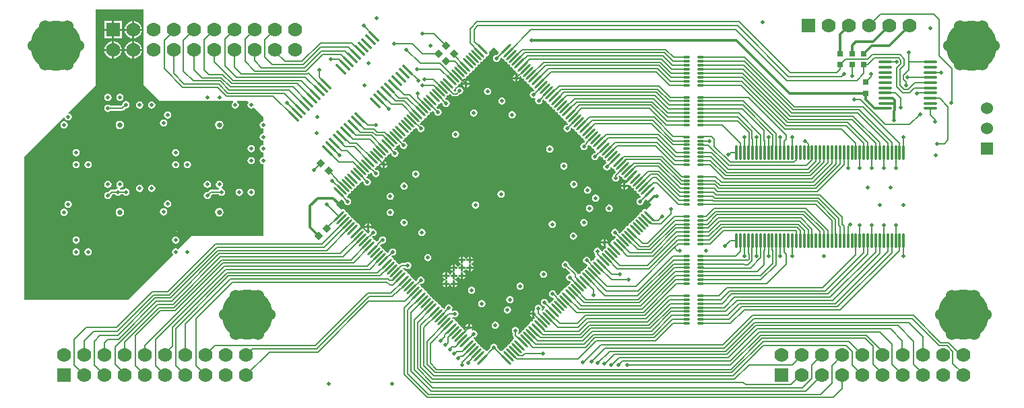
<source format=gtl>
%FSLAX44Y44*%
%MOMM*%
G71*
G01*
G75*
G04 Layer_Physical_Order=1*
G04 Layer_Color=255*
%ADD10O,1.0000X0.3000*%
%ADD11O,0.3000X1.9000*%
%ADD12P,1.0776X4X180.0*%
%ADD13P,1.0776X4X90.0*%
G04:AMPARAMS|DCode=14|XSize=0.35mm|YSize=1.8mm|CornerRadius=0mm|HoleSize=0mm|Usage=FLASHONLY|Rotation=225.000|XOffset=0mm|YOffset=0mm|HoleType=Round|Shape=Round|*
%AMOVALD14*
21,1,1.4500,0.3500,0.0000,0.0000,315.0*
1,1,0.3500,-0.5127,0.5127*
1,1,0.3500,0.5127,-0.5127*
%
%ADD14OVALD14*%

G04:AMPARAMS|DCode=15|XSize=0.3mm|YSize=1.8mm|CornerRadius=0mm|HoleSize=0mm|Usage=FLASHONLY|Rotation=45.000|XOffset=0mm|YOffset=0mm|HoleType=Round|Shape=Round|*
%AMOVALD15*
21,1,1.5000,0.3000,0.0000,0.0000,135.0*
1,1,0.3000,0.5303,-0.5303*
1,1,0.3000,-0.5303,0.5303*
%
%ADD15OVALD15*%

G04:AMPARAMS|DCode=16|XSize=0.3mm|YSize=1.8mm|CornerRadius=0mm|HoleSize=0mm|Usage=FLASHONLY|Rotation=135.000|XOffset=0mm|YOffset=0mm|HoleType=Round|Shape=Round|*
%AMOVALD16*
21,1,1.5000,0.3000,0.0000,0.0000,225.0*
1,1,0.3000,0.5303,0.5303*
1,1,0.3000,-0.5303,-0.5303*
%
%ADD16OVALD16*%

%ADD17R,0.7620X0.7620*%
%ADD18O,1.7000X0.3500*%
%ADD19C,0.2000*%
%ADD20C,0.3000*%
%ADD21R,2.0555X2.7112*%
%ADD22R,2.1110X2.7620*%
%ADD23R,2.4665X2.5737*%
%ADD24R,2.1650X2.4540*%
%ADD25C,1.7780*%
%ADD26R,1.7780X1.7780*%
%ADD27C,6.3500*%
%ADD28C,1.5240*%
%ADD29R,1.5240X1.5240*%
%ADD30R,1.7780X1.7780*%
%ADD31C,0.5000*%
%ADD32C,0.6600*%
G36*
X160000Y400000D02*
X180000Y380000D01*
X272196D01*
X272564Y378785D01*
X271756Y378244D01*
X270761Y376756D01*
X270412Y375000D01*
X270761Y373244D01*
X271756Y371756D01*
X273244Y370761D01*
X275000Y370412D01*
X276756Y370761D01*
X278244Y371756D01*
X279239Y373244D01*
X279588Y375000D01*
X279239Y376756D01*
X278244Y378244D01*
X277436Y378785D01*
X277804Y380000D01*
X290000D01*
X291756Y378244D01*
X290761Y376756D01*
X290412Y375000D01*
X290761Y373244D01*
X291756Y371756D01*
X293244Y370761D01*
X295000Y370412D01*
X296756Y370761D01*
X298244Y371756D01*
X310000Y360000D01*
Y354588D01*
X308244Y354239D01*
X306756Y353244D01*
X305761Y351756D01*
X305412Y350000D01*
X305761Y348244D01*
X306756Y346756D01*
X308244Y345761D01*
X310000Y345412D01*
Y339588D01*
X308244Y339239D01*
X306756Y338244D01*
X305761Y336756D01*
X305412Y335000D01*
X305761Y333244D01*
X306756Y331756D01*
X308244Y330761D01*
X310000Y330412D01*
Y324588D01*
X308244Y324239D01*
X306756Y323244D01*
X305761Y321756D01*
X305412Y320000D01*
X305761Y318244D01*
X306756Y316756D01*
X308244Y315761D01*
X310000Y315412D01*
Y309588D01*
X308244Y309239D01*
X306756Y308244D01*
X305761Y306756D01*
X305412Y305000D01*
X305761Y303244D01*
X306756Y301756D01*
X308244Y300761D01*
X310000Y300412D01*
Y210000D01*
X220000D01*
X203244Y193244D01*
X201756Y194239D01*
X200000Y194588D01*
X198244Y194239D01*
X196756Y193244D01*
X195761Y191756D01*
X195412Y190000D01*
X195761Y188244D01*
X196756Y186756D01*
X140000Y130000D01*
X10000D01*
Y310000D01*
X59391Y359391D01*
X60606Y359022D01*
X60761Y358244D01*
X61756Y356756D01*
X63244Y355761D01*
X65000Y355412D01*
X66756Y355761D01*
X68244Y356756D01*
X69239Y358244D01*
X69588Y360000D01*
X69239Y361756D01*
X68244Y363244D01*
X66756Y364239D01*
X65000Y364588D01*
X64857Y364856D01*
X100000Y400000D01*
Y495395D01*
X159523D01*
X160000Y400000D01*
D02*
G37*
G36*
X606456Y441534D02*
X606249Y441224D01*
X606165Y440803D01*
X603726Y438364D01*
X603508Y438408D01*
X601752Y438059D01*
X600263Y437064D01*
X599269Y435576D01*
X598919Y433820D01*
X599269Y432064D01*
X600263Y430575D01*
X601752Y429581D01*
X603508Y429232D01*
X605263Y429581D01*
X606752Y430575D01*
X607747Y432064D01*
X608096Y433820D01*
X608751Y434737D01*
D01*
X610015Y434613D01*
X610558Y433799D01*
X611716Y433026D01*
X613054Y432760D01*
X613320Y431422D01*
X614094Y430264D01*
X615251Y429490D01*
X616590Y429224D01*
X616856Y427886D01*
X617629Y426728D01*
X618787Y425955D01*
X620125Y425689D01*
X620391Y424350D01*
X621165Y423193D01*
X622323Y422419D01*
X623661Y422153D01*
X623927Y420815D01*
X624700Y419657D01*
X625858Y418884D01*
X627196Y418617D01*
X627462Y417279D01*
X628236Y416122D01*
X629394Y415348D01*
X630000Y415228D01*
X630486Y414054D01*
X629941Y413239D01*
X629455Y413335D01*
Y410270D01*
X632521D01*
X632424Y410756D01*
X633239Y411301D01*
X634413Y410815D01*
X634533Y410208D01*
X635307Y409051D01*
X636465Y408277D01*
X637803Y408011D01*
X638069Y406673D01*
X638842Y405515D01*
X640000Y404742D01*
X641338Y404475D01*
X641604Y403137D01*
X642378Y401979D01*
X643536Y401206D01*
X644874Y400940D01*
X645140Y399602D01*
X645913Y398444D01*
X647071Y397670D01*
X648409Y397404D01*
X648675Y396066D01*
X649449Y394908D01*
X650262Y394365D01*
X650387Y393101D01*
X649612Y392588D01*
D01*
X647856Y392239D01*
X646367Y391244D01*
X645373Y389756D01*
X645023Y388000D01*
X645373Y386244D01*
X646367Y384756D01*
X647856Y383761D01*
X649612Y383412D01*
X651367Y383761D01*
X651820Y384063D01*
X652718Y383165D01*
X652302Y382543D01*
X651952Y380787D01*
X652302Y379031D01*
X653296Y377542D01*
X654785Y376548D01*
X656541Y376199D01*
X658296Y376548D01*
X659785Y377542D01*
X660779Y379031D01*
X661129Y380787D01*
X661784Y381704D01*
D01*
X663048Y381580D01*
X663591Y380766D01*
X664749Y379993D01*
X666087Y379727D01*
X666353Y378388D01*
X667127Y377231D01*
X668284Y376457D01*
X669622Y376191D01*
X669889Y374853D01*
X670662Y373695D01*
X671820Y372922D01*
X673158Y372655D01*
X673424Y371317D01*
X674198Y370160D01*
X675355Y369386D01*
X676693Y369120D01*
X676960Y367782D01*
X677733Y366624D01*
X678891Y365851D01*
X680229Y365584D01*
X680495Y364246D01*
X681269Y363089D01*
X682427Y362315D01*
X683765Y362049D01*
X684031Y360711D01*
X684804Y359553D01*
X685962Y358779D01*
X687300Y358513D01*
X687566Y357175D01*
X688340Y356018D01*
X689498Y355244D01*
X690836Y354978D01*
X691102Y353640D01*
X691875Y352482D01*
X692689Y351939D01*
X692813Y350675D01*
X691896Y350020D01*
X690140Y349670D01*
X688652Y348676D01*
X687657Y347187D01*
X687308Y345432D01*
X687657Y343676D01*
X688652Y342187D01*
X690140Y341193D01*
X691896Y340843D01*
X693652Y341193D01*
X695140Y342187D01*
X696135Y343676D01*
X696484Y345432D01*
X697139Y346349D01*
X698403Y346224D01*
X698947Y345411D01*
X700104Y344637D01*
X701442Y344371D01*
X701708Y343033D01*
X702482Y341875D01*
X703640Y341102D01*
X704978Y340836D01*
X705244Y339498D01*
X706018Y338340D01*
X707175Y337566D01*
X708513Y337300D01*
X708780Y335962D01*
X709553Y334804D01*
X710711Y334031D01*
X712049Y333765D01*
X712315Y332427D01*
X713089Y331269D01*
X714246Y330495D01*
D01*
X714246D01*
X714246Y330495D01*
X714246D01*
X714246D01*
X714486Y329747D01*
X714174Y329280D01*
X713980Y328306D01*
X713219Y327545D01*
X713000Y327588D01*
X711244Y327239D01*
X709756Y326244D01*
X708761Y324756D01*
X708412Y323000D01*
X708761Y321244D01*
X709756Y319756D01*
X711244Y318761D01*
X713000Y318412D01*
X714756Y318761D01*
X716244Y319756D01*
X717239Y321244D01*
X717588Y323000D01*
X717545Y323219D01*
X718796Y324471D01*
X720060Y324346D01*
X720160Y324198D01*
X721317Y323424D01*
X722655Y323158D01*
X722922Y321820D01*
X723695Y320662D01*
X724853Y319889D01*
X726191Y319622D01*
X726457Y318284D01*
X727231Y317127D01*
X728044Y316583D01*
X728169Y315319D01*
X727251Y314664D01*
X725496Y314315D01*
X724007Y313321D01*
X723012Y311832D01*
X722663Y310076D01*
X723012Y308320D01*
X724007Y306832D01*
X725496Y305837D01*
X727251Y305488D01*
X729007Y305837D01*
X730496Y306832D01*
X731490Y308320D01*
X731839Y310076D01*
X732494Y310993D01*
D01*
X733758Y310869D01*
X734302Y310056D01*
X735460Y309282D01*
X736798Y309016D01*
X737064Y307678D01*
X737837Y306520D01*
X738995Y305746D01*
X740333Y305480D01*
X740599Y304142D01*
X741373Y302985D01*
X741373Y302985D01*
X741373D01*
X741661Y302629D01*
X741229Y301435D01*
X740244Y301239D01*
X738756Y300244D01*
X737761Y298756D01*
X737412Y297000D01*
X737761Y295244D01*
X738756Y293756D01*
X740244Y292761D01*
X742000Y292412D01*
X743756Y292761D01*
X745244Y293756D01*
X746239Y295244D01*
X746524Y296675D01*
X747152Y296800D01*
X747900Y296727D01*
X748444Y295914D01*
X749602Y295140D01*
X750940Y294874D01*
X751206Y293536D01*
X751980Y292378D01*
X752793Y291835D01*
X752917Y290571D01*
X750837Y288490D01*
X750174Y287498D01*
X749951Y286374D01*
X749756Y286244D01*
X748761Y284756D01*
X748412Y283000D01*
X748761Y281244D01*
X749756Y279756D01*
X751244Y278761D01*
X753000Y278412D01*
X754756Y278761D01*
X756244Y279756D01*
X757239Y281244D01*
X757588Y283000D01*
X757239Y284756D01*
X756999Y285115D01*
X757652Y286205D01*
X758507Y286120D01*
X759051Y285307D01*
X760208Y284533D01*
X761546Y284267D01*
X761813Y282929D01*
X762586Y281771D01*
X763744Y280998D01*
X765082Y280732D01*
X765348Y279394D01*
X765402Y279312D01*
X773052Y286962D01*
X774848Y285166D01*
X767198Y277516D01*
X766121Y278235D01*
X766024Y278381D01*
X765318Y277326D01*
X765270Y277335D01*
Y274270D01*
X768335D01*
X768288Y274507D01*
X769462Y274993D01*
X769657Y274700D01*
X770815Y273927D01*
X772153Y273661D01*
X772419Y272323D01*
X773193Y271165D01*
X774350Y270391D01*
X775688Y270125D01*
X775955Y268787D01*
X776728Y267629D01*
X777886Y266856D01*
X779224Y266590D01*
X779490Y265251D01*
X780264Y264094D01*
X781422Y263320D01*
X782759Y263054D01*
X783026Y261716D01*
X783799Y260558D01*
X784613Y260015D01*
X784737Y258751D01*
X783820Y258096D01*
X782064Y257747D01*
X780575Y256752D01*
X779581Y255263D01*
X779232Y253508D01*
X779581Y251752D01*
X780575Y250263D01*
X782064Y249269D01*
X783820Y248919D01*
X785576Y249269D01*
X787064Y250263D01*
X788059Y251752D01*
X788408Y253508D01*
X788364Y253726D01*
X790803Y256165D01*
X791224Y256249D01*
X791534Y256456D01*
X797727Y250263D01*
X797727Y250263D01*
X797727D01*
X797727Y249737D01*
X791534Y243544D01*
X791224Y243751D01*
X789858Y244023D01*
X788493Y243751D01*
X787335Y242977D01*
X786561Y241820D01*
X786295Y240482D01*
X784957Y240215D01*
X783799Y239442D01*
X783026Y238284D01*
X782759Y236946D01*
X781422Y236680D01*
X780264Y235906D01*
X779490Y234749D01*
X779224Y233411D01*
X777886Y233144D01*
X776728Y232371D01*
X775955Y231213D01*
X775688Y229875D01*
X774350Y229609D01*
X773193Y228835D01*
X772419Y227678D01*
X772153Y226339D01*
X770815Y226073D01*
X769657Y225300D01*
X768884Y224142D01*
X768617Y222804D01*
X767279Y222538D01*
X766122Y221764D01*
X765348Y220606D01*
X765082Y219268D01*
X763744Y219002D01*
X762586Y218229D01*
X761813Y217071D01*
X761546Y215733D01*
X760208Y215467D01*
X759051Y214693D01*
X758507Y213880D01*
X757243Y213755D01*
X756588Y214673D01*
X756239Y216428D01*
X755244Y217917D01*
X753756Y218912D01*
X752000Y219261D01*
X750244Y218912D01*
X748756Y217917D01*
X747761Y216428D01*
X747412Y214673D01*
X747761Y212917D01*
X748756Y211428D01*
X750244Y210434D01*
X752000Y210084D01*
X752917Y209429D01*
X752793Y208166D01*
X751980Y207622D01*
X751206Y206464D01*
X750940Y205126D01*
X749602Y204860D01*
X748444Y204087D01*
X747670Y202929D01*
X747404Y201591D01*
X746066Y201325D01*
X745985Y201270D01*
X753635Y193621D01*
X751839Y191825D01*
X744189Y199475D01*
X744426Y199830D01*
X743253Y200316D01*
X743335Y200730D01*
X740270D01*
Y197665D01*
X740415Y197693D01*
X741120Y196637D01*
X740599Y195858D01*
X740333Y194520D01*
X738995Y194254D01*
X737837Y193480D01*
X737064Y192322D01*
X736798Y190984D01*
X735556Y190737D01*
X735359Y190869D01*
X734299Y192455D01*
X734239Y192756D01*
X733244Y194244D01*
X731756Y195239D01*
X730000Y195588D01*
X728244Y195239D01*
X726756Y194244D01*
X725761Y192756D01*
X725412Y191000D01*
X725761Y189244D01*
X726756Y187756D01*
X726941Y187632D01*
Y187175D01*
X726941Y187175D01*
X727174Y186005D01*
X727837Y185012D01*
X728169Y184681D01*
X728044Y183417D01*
X727231Y182873D01*
X726457Y181716D01*
X726191Y180378D01*
X724853Y180111D01*
X723695Y179338D01*
X723152Y178524D01*
X721888Y178400D01*
X721233Y179317D01*
X720884Y181073D01*
X719889Y182562D01*
X718400Y183556D01*
X716645Y183905D01*
X714889Y183556D01*
X713400Y182562D01*
X712406Y181073D01*
X712057Y179317D01*
X712406Y177561D01*
X713400Y176073D01*
X714889Y175078D01*
X716645Y174729D01*
X717562Y174074D01*
X717438Y172810D01*
X716624Y172267D01*
X715851Y171109D01*
X715584Y169771D01*
X714246Y169505D01*
X713089Y168731D01*
X712315Y167574D01*
X712049Y166235D01*
X710711Y165969D01*
X709553Y165196D01*
X708780Y164038D01*
X708513Y162700D01*
X707175Y162434D01*
X706181Y161770D01*
X705008Y162256D01*
X704826Y163171D01*
X704560Y163568D01*
X704163Y164163D01*
X704163Y164163D01*
X694545Y173781D01*
X694588Y174000D01*
X694239Y175756D01*
X693244Y177244D01*
X691756Y178239D01*
X690000Y178588D01*
X688244Y178239D01*
X686756Y177244D01*
X685761Y175756D01*
X685412Y174000D01*
X685761Y172244D01*
X686756Y170756D01*
X688244Y169761D01*
X690000Y169412D01*
X690219Y169455D01*
X695689Y163986D01*
X695481Y162943D01*
X695404Y162687D01*
X693676Y162343D01*
X692187Y161348D01*
X691192Y159860D01*
X690843Y158104D01*
X691192Y156348D01*
X692187Y154860D01*
X693676Y153865D01*
X695431Y153516D01*
X696349Y152861D01*
X696224Y151597D01*
X695411Y151053D01*
X694637Y149896D01*
X694371Y148558D01*
X693033Y148292D01*
X691875Y147518D01*
X691102Y146360D01*
X690836Y145022D01*
X689498Y144756D01*
X688340Y143982D01*
X687566Y142825D01*
X687300Y141487D01*
X685962Y141221D01*
X684804Y140447D01*
X684031Y139289D01*
X683765Y137951D01*
X682427Y137685D01*
X681269Y136911D01*
X680725Y136098D01*
X679461Y135974D01*
X678563Y136872D01*
X678588Y137000D01*
X678239Y138756D01*
X677244Y140244D01*
X675756Y141239D01*
X674000Y141588D01*
X672244Y141239D01*
X670756Y140244D01*
X669761Y138756D01*
X669412Y137000D01*
X669761Y135244D01*
X670756Y133756D01*
X672244Y132761D01*
X674000Y132412D01*
X674190Y132450D01*
X675131Y131597D01*
X675011Y130384D01*
X674198Y129840D01*
X673424Y128683D01*
X673158Y127345D01*
X671820Y127078D01*
X670662Y126305D01*
X670119Y125491D01*
X668855Y125367D01*
X668200Y126284D01*
X667851Y128040D01*
X666856Y129529D01*
X665368Y130523D01*
X663612Y130872D01*
X661856Y130523D01*
X660367Y129529D01*
X659373Y128040D01*
X659024Y126284D01*
X659373Y124529D01*
X660367Y123040D01*
X661856Y122045D01*
X663612Y121696D01*
X664529Y121041D01*
X664405Y119777D01*
X663591Y119234D01*
X662818Y118076D01*
X662551Y116738D01*
X661213Y116472D01*
X660220Y117081D01*
X660239Y117244D01*
X660239Y117244D01*
X660239Y117244D01*
X660588Y119000D01*
X660239Y120756D01*
X659244Y122244D01*
X657756Y123239D01*
X656000Y123588D01*
X654244Y123239D01*
X652756Y122244D01*
X651761Y120756D01*
X651412Y119000D01*
X651761Y117244D01*
X650512Y116410D01*
X650882Y116336D01*
Y111997D01*
Y107664D01*
X651185Y107725D01*
X651688Y107222D01*
X651319Y106007D01*
X650607Y105865D01*
X649449Y105092D01*
X648675Y103934D01*
X648409Y102596D01*
X647071Y102330D01*
X645913Y101556D01*
X645140Y100398D01*
X644874Y99060D01*
X643536Y98794D01*
X642378Y98021D01*
X641604Y96863D01*
X641338Y95525D01*
X640000Y95259D01*
X638842Y94485D01*
X638069Y93327D01*
X637803Y91989D01*
X636465Y91723D01*
X635307Y90949D01*
X634533Y89792D01*
X634267Y88454D01*
X632929Y88188D01*
X631771Y87414D01*
X631274Y86670D01*
X630059Y87038D01*
Y87632D01*
X630244Y87756D01*
X631239Y89244D01*
X631588Y91000D01*
X631239Y92756D01*
X630244Y94244D01*
X628756Y95239D01*
X627000Y95588D01*
X625244Y95239D01*
X623756Y94244D01*
X622761Y92756D01*
X622412Y91000D01*
X622761Y89244D01*
X623756Y87756D01*
X623941Y87632D01*
Y85114D01*
X623941Y85114D01*
X624174Y83944D01*
X624837Y82951D01*
X625638Y82150D01*
X625514Y80886D01*
X624700Y80343D01*
X623927Y79185D01*
X623661Y77847D01*
X622323Y77581D01*
X621165Y76807D01*
X620391Y75650D01*
X620125Y74311D01*
X618787Y74045D01*
X617629Y73272D01*
X616856Y72114D01*
X616590Y70776D01*
X615251Y70510D01*
X614094Y69736D01*
X613320Y68579D01*
X613054Y67241D01*
X611716Y66974D01*
X610558Y66201D01*
X610015Y65387D01*
X608751Y65263D01*
X604493Y69521D01*
X604588Y70000D01*
X604239Y71756D01*
X603244Y73244D01*
X601756Y74239D01*
X600000Y74588D01*
X598244Y74239D01*
X596756Y73244D01*
X595761Y71756D01*
X595412Y70000D01*
X595507Y69521D01*
X591249Y65263D01*
X589985Y65387D01*
X589442Y66201D01*
X588284Y66974D01*
X586946Y67241D01*
X586680Y68579D01*
X585906Y69736D01*
X584749Y70510D01*
X583410Y70776D01*
X583144Y72114D01*
X582371Y73272D01*
X581213Y74045D01*
X579875Y74311D01*
X579609Y75650D01*
X578835Y76807D01*
X577677Y77581D01*
X576339Y77847D01*
X576073Y79185D01*
X575300Y80343D01*
X574142Y81116D01*
X573953Y81741D01*
X574886Y82412D01*
X576642Y82761D01*
X578130Y83756D01*
X579125Y85244D01*
X579474Y87000D01*
X579125Y88756D01*
X578130Y90244D01*
X576642Y91239D01*
X574886Y91588D01*
X573130Y91239D01*
X572386Y92352D01*
X572983Y93244D01*
X573079Y93730D01*
X564408D01*
X564505Y93244D01*
X565314Y92032D01*
X564417Y91135D01*
X564693Y90950D01*
X565413Y89873D01*
X557763Y82223D01*
X555967Y84019D01*
X563616Y91669D01*
X563535Y91723D01*
X562197Y91989D01*
X561931Y93327D01*
X561158Y94485D01*
X560000Y95259D01*
X558662Y95525D01*
X558396Y96863D01*
X557622Y98021D01*
X556464Y98794D01*
X555126Y99060D01*
X554860Y100398D01*
X554086Y101556D01*
X552929Y102330D01*
X551591Y102596D01*
X551325Y103934D01*
X550551Y105092D01*
X549393Y105865D01*
X548055Y106131D01*
X547823Y107300D01*
X548879Y108005D01*
X549244Y107761D01*
X551000Y107412D01*
X552756Y107761D01*
X554244Y108756D01*
X555239Y110244D01*
X555588Y112000D01*
X555239Y113756D01*
X554244Y115244D01*
X552756Y116239D01*
X551000Y116588D01*
X549244Y116239D01*
X548238Y115567D01*
X547006Y115875D01*
X546844Y116179D01*
X547698Y117457D01*
X548048Y119213D01*
X547698Y120969D01*
X546704Y122458D01*
X545215Y123452D01*
X543459Y123801D01*
X541704Y123452D01*
X540215Y122458D01*
X539221Y120969D01*
X538871Y119213D01*
X538216Y118296D01*
X536952Y118420D01*
X536409Y119234D01*
X535251Y120007D01*
X533913Y120274D01*
X533647Y121611D01*
X532873Y122769D01*
X531716Y123543D01*
X530378Y123809D01*
X530111Y125147D01*
X529338Y126305D01*
X528180Y127078D01*
X526842Y127345D01*
X526576Y128683D01*
X525802Y129840D01*
X524645Y130614D01*
X523307Y130880D01*
X523040Y132218D01*
X522267Y133376D01*
X521109Y134149D01*
X519771Y134416D01*
X519505Y135754D01*
X518731Y136911D01*
X517574Y137685D01*
X516235Y137951D01*
X515969Y139289D01*
X515196Y140447D01*
X514038Y141221D01*
X512700Y141487D01*
X512434Y142825D01*
X511660Y143982D01*
X510502Y144756D01*
X509164Y145022D01*
X508898Y146360D01*
X508125Y147518D01*
X506967Y148292D01*
X506777Y148916D01*
X507885Y150024D01*
X508104Y149980D01*
X509860Y150330D01*
X511348Y151324D01*
X512343Y152813D01*
X512692Y154569D01*
X512343Y156324D01*
X511348Y157813D01*
X509860Y158807D01*
X508104Y159157D01*
X506348Y158807D01*
X504860Y157813D01*
X503865Y156324D01*
X503516Y154569D01*
X502861Y153651D01*
X501597Y153776D01*
X501054Y154589D01*
X499896Y155363D01*
X498558Y155629D01*
X498292Y156967D01*
X497518Y158125D01*
X496360Y158898D01*
X495022Y159164D01*
X494756Y160502D01*
X493983Y161660D01*
X492825Y162434D01*
X491487Y162700D01*
X491221Y164038D01*
X490447Y165196D01*
X489289Y165969D01*
X487951Y166235D01*
X487685Y167574D01*
X486911Y168731D01*
X485754Y169505D01*
X485493Y169557D01*
X485778Y169941D01*
X488632D01*
X488756Y169756D01*
X490244Y168761D01*
X492000Y168412D01*
X493756Y168761D01*
X495244Y169756D01*
X496239Y171244D01*
X496588Y173000D01*
X496239Y174756D01*
X495244Y176244D01*
X493756Y177239D01*
X492000Y177588D01*
X490244Y177239D01*
X488756Y176244D01*
X488632Y176059D01*
X484109D01*
X484109Y176059D01*
X482939Y175826D01*
X481946Y175163D01*
X481946Y175163D01*
X481648Y174864D01*
X480384Y174989D01*
X479840Y175802D01*
X478683Y176576D01*
X477345Y176842D01*
X477078Y178180D01*
X476305Y179338D01*
X475147Y180111D01*
X473809Y180378D01*
X473543Y181716D01*
X472769Y182873D01*
X471612Y183647D01*
X471422Y184272D01*
X472530Y185379D01*
X472749Y185336D01*
X474505Y185685D01*
X475993Y186680D01*
X476988Y188168D01*
X477337Y189924D01*
X476988Y191680D01*
X475993Y193168D01*
X474505Y194163D01*
X472749Y194512D01*
X470993Y194163D01*
X469504Y193168D01*
X468510Y191680D01*
X468161Y189924D01*
X467506Y189007D01*
X466242Y189131D01*
X465698Y189944D01*
X464540Y190718D01*
X463202Y190984D01*
X462936Y192322D01*
X462163Y193480D01*
X461005Y194254D01*
X459667Y194520D01*
X459401Y195858D01*
X458627Y197015D01*
X457469Y197789D01*
X457280Y198414D01*
X459398Y200532D01*
X460000Y200412D01*
X461756Y200761D01*
X463244Y201756D01*
X464239Y203244D01*
X464588Y205000D01*
X464239Y206756D01*
X463244Y208244D01*
X461756Y209239D01*
X460000Y209588D01*
X458244Y209239D01*
X456756Y208244D01*
X455761Y206756D01*
X455461Y205246D01*
X453363Y203149D01*
X452100Y203273D01*
X451556Y204087D01*
X450398Y204860D01*
X449060Y205126D01*
X448794Y206464D01*
X448021Y207622D01*
X446863Y208396D01*
X446673Y209020D01*
X447781Y210128D01*
X448000Y210084D01*
X449756Y210434D01*
X451244Y211428D01*
X452239Y212917D01*
X452588Y214673D01*
X452239Y216428D01*
X451244Y217917D01*
X449756Y218912D01*
X448000Y219261D01*
X446839Y219030D01*
X446133Y220086D01*
X446239Y220244D01*
X446335Y220730D01*
X443270D01*
Y217664D01*
X443162Y217642D01*
X443867Y216587D01*
X443761Y216428D01*
X443412Y214673D01*
X442757Y213755D01*
X441493Y213880D01*
X440950Y214693D01*
X439792Y215467D01*
X438454Y215733D01*
X438187Y217071D01*
X437414Y218229D01*
X436256Y219002D01*
X434918Y219268D01*
X434652Y220606D01*
X434598Y220688D01*
X426948Y213038D01*
X425152Y214834D01*
X432802Y222484D01*
X432721Y222538D01*
X431383Y222804D01*
X431116Y224142D01*
X430343Y225300D01*
X429185Y226073D01*
X427847Y226339D01*
X427581Y227678D01*
X426807Y228835D01*
X425650Y229609D01*
X424311Y229875D01*
X424045Y231213D01*
X423272Y232371D01*
X422114Y233144D01*
X420776Y233411D01*
X420510Y234749D01*
X419736Y235906D01*
X418578Y236680D01*
X417240Y236946D01*
X416974Y238284D01*
X416201Y239442D01*
X415043Y240215D01*
X413705Y240482D01*
X413439Y241820D01*
X412665Y242977D01*
X411507Y243751D01*
X410142Y244023D01*
X408776Y243751D01*
X408466Y243544D01*
X402010Y250000D01*
X402010Y250000D01*
X402010D01*
X402010Y250000D01*
X408466Y256456D01*
X408776Y256249D01*
X409197Y256165D01*
X411636Y253727D01*
X411592Y253508D01*
X411941Y251752D01*
X412936Y250263D01*
X414424Y249269D01*
X416180Y248920D01*
X417936Y249269D01*
X419425Y250263D01*
X420419Y251752D01*
X420768Y253508D01*
X420419Y255263D01*
X419425Y256752D01*
X417936Y257747D01*
X416180Y258096D01*
X415961Y258052D01*
X414854Y259160D01*
X415043Y259785D01*
X416201Y260558D01*
X416974Y261716D01*
X417240Y263054D01*
X418578Y263320D01*
X419736Y264094D01*
X420510Y265251D01*
X420776Y266590D01*
X422114Y266856D01*
X423272Y267629D01*
X424045Y268787D01*
X424311Y270125D01*
X425650Y270391D01*
X426807Y271165D01*
X427581Y272323D01*
X427847Y273661D01*
X429185Y273927D01*
X430343Y274700D01*
X431116Y275858D01*
X431383Y277196D01*
X432721Y277462D01*
X433878Y278236D01*
X434422Y279049D01*
X435566Y279162D01*
X436419Y278221D01*
X436412Y278185D01*
X436761Y276429D01*
X437756Y274941D01*
X439244Y273946D01*
X441000Y273597D01*
X442756Y273946D01*
X444244Y274941D01*
X445239Y276429D01*
X445588Y278185D01*
X445239Y279941D01*
X444244Y281430D01*
X442756Y282424D01*
X441000Y282773D01*
X440781Y282730D01*
X439602Y283909D01*
X439792Y284533D01*
X440950Y285307D01*
X441723Y286465D01*
X441989Y287803D01*
X443327Y288069D01*
X444485Y288842D01*
X445028Y289656D01*
X446292Y289780D01*
D01*
X446947Y288863D01*
X447297Y287107D01*
X448291Y285619D01*
X449780Y284624D01*
X451535Y284275D01*
X453291Y284624D01*
X454780Y285619D01*
X455774Y287107D01*
X456124Y288863D01*
X455774Y290619D01*
X454780Y292107D01*
X453291Y293102D01*
X451535Y293451D01*
X451317Y293408D01*
X450209Y294515D01*
X450398Y295140D01*
X451556Y295914D01*
X452330Y297071D01*
X452596Y298409D01*
X453934Y298675D01*
X455092Y299449D01*
X455865Y300607D01*
X457095Y300362D01*
X457276Y301270D01*
X460342D01*
Y304336D01*
X461250Y304517D01*
X461005Y305746D01*
X462163Y306520D01*
X462936Y307678D01*
X463202Y309016D01*
X464540Y309282D01*
X465698Y310056D01*
X466472Y311213D01*
X466738Y312551D01*
X468076Y312818D01*
X469234Y313591D01*
X469777Y314405D01*
X471041Y314529D01*
D01*
X471308Y314000D01*
D01*
X471657Y312244D01*
X472652Y310756D01*
X474140Y309761D01*
X475896Y309412D01*
X477652Y309761D01*
X479140Y310756D01*
X480135Y312244D01*
X480484Y314000D01*
X480135Y315756D01*
X479140Y317244D01*
X477652Y318239D01*
X475896Y318588D01*
X475891Y318587D01*
X475038Y319528D01*
X475147Y319889D01*
X476305Y320662D01*
X477078Y321820D01*
X477345Y323158D01*
X478683Y323424D01*
X479840Y324198D01*
X480384Y325011D01*
X481648Y325136D01*
D01*
X482303Y324218D01*
X482652Y322463D01*
X483647Y320974D01*
X485135Y319979D01*
X486891Y319630D01*
X488647Y319979D01*
X490135Y320974D01*
X491130Y322463D01*
X491479Y324218D01*
X491130Y325974D01*
X490135Y327463D01*
X488647Y328457D01*
X486891Y328806D01*
X486672Y328763D01*
X485564Y329871D01*
X485754Y330495D01*
X486911Y331269D01*
X487685Y332427D01*
X487951Y333765D01*
X489289Y334031D01*
X490447Y334804D01*
X491221Y335962D01*
X491487Y337300D01*
X492825Y337566D01*
X493983Y338340D01*
X494756Y339498D01*
X495022Y340836D01*
X496360Y341102D01*
X497518Y341875D01*
X498292Y343033D01*
X498558Y344371D01*
X499896Y344637D01*
X501054Y345411D01*
X501597Y346224D01*
X502861Y346349D01*
D01*
X503516Y345432D01*
X503865Y343676D01*
X504860Y342187D01*
X506348Y341193D01*
X508104Y340843D01*
X509860Y341193D01*
X511348Y342187D01*
X512343Y343676D01*
X512692Y345432D01*
X512343Y347187D01*
X511348Y348676D01*
X509860Y349670D01*
X508104Y350020D01*
X507885Y349976D01*
X506777Y351084D01*
X506967Y351708D01*
X508125Y352482D01*
X508898Y353640D01*
X509164Y354978D01*
X510502Y355244D01*
X511660Y356018D01*
X512434Y357175D01*
X512700Y358513D01*
X514038Y358779D01*
X515196Y359553D01*
X515969Y360711D01*
X516235Y362049D01*
X517574Y362315D01*
X518731Y363089D01*
X519505Y364246D01*
X519771Y365584D01*
X521109Y365851D01*
X522267Y366624D01*
X522826Y367460D01*
X524089Y367585D01*
X525455Y366219D01*
X525412Y366000D01*
X525761Y364244D01*
X526756Y362756D01*
X528244Y361761D01*
X530000Y361412D01*
X531756Y361761D01*
X533244Y362756D01*
X534239Y364244D01*
X534588Y366000D01*
X534239Y367756D01*
X533244Y369244D01*
X531756Y370239D01*
X530000Y370588D01*
X529781Y370545D01*
X527999Y372326D01*
X528180Y372922D01*
X529338Y373695D01*
X530111Y374853D01*
X530378Y376191D01*
X531716Y376457D01*
X532873Y377231D01*
X533417Y378044D01*
X534681Y378169D01*
D01*
X535336Y377251D01*
X535685Y375495D01*
X536679Y374007D01*
X538168Y373012D01*
X539924Y372663D01*
X541680Y373012D01*
X543168Y374007D01*
X544163Y375495D01*
X544512Y377251D01*
X544163Y379007D01*
X543168Y380496D01*
X541680Y381490D01*
X539924Y381839D01*
X539705Y381796D01*
X538597Y382904D01*
X538787Y383528D01*
X539944Y384302D01*
X540718Y385460D01*
X540984Y386798D01*
X542322Y387064D01*
X543480Y387837D01*
X544023Y388651D01*
X545287Y388775D01*
X547225Y386837D01*
X547225Y386837D01*
X547820Y386440D01*
X548218Y386174D01*
X549388Y385941D01*
X553000D01*
X553000Y385941D01*
X554170Y386174D01*
X555163Y386837D01*
X556781Y388455D01*
X557000Y388412D01*
X558756Y388761D01*
X560244Y389756D01*
X561239Y391244D01*
X561588Y393000D01*
X561239Y394756D01*
X560244Y396244D01*
X558756Y397239D01*
X557000Y397588D01*
X555244Y397239D01*
X553756Y396244D01*
X552761Y394756D01*
X552412Y393000D01*
X551802Y392155D01*
X550559D01*
X549204Y393510D01*
X549393Y394135D01*
X550551Y394908D01*
X551325Y396066D01*
X551591Y397404D01*
X552929Y397670D01*
X554086Y398444D01*
X554860Y399602D01*
X555126Y400940D01*
X556464Y401206D01*
X557622Y401979D01*
X558396Y403137D01*
X558662Y404475D01*
X560000Y404742D01*
X560081Y404796D01*
X552431Y412445D01*
X554227Y414241D01*
X561877Y406592D01*
X561931Y406673D01*
X562197Y408011D01*
X563535Y408277D01*
X564693Y409051D01*
X565467Y410208D01*
X565733Y411546D01*
X567071Y411813D01*
X568229Y412586D01*
X569002Y413744D01*
X569268Y415082D01*
X570606Y415348D01*
X571764Y416122D01*
X572538Y417279D01*
X572804Y418618D01*
X574142Y418884D01*
X575300Y419657D01*
X576073Y420815D01*
X576339Y422153D01*
X577677Y422419D01*
X578835Y423193D01*
X579609Y424350D01*
X579875Y425689D01*
X581213Y425955D01*
X582371Y426728D01*
X583144Y427886D01*
X583410Y429224D01*
X584749Y429490D01*
X585906Y430264D01*
X586680Y431422D01*
X586946Y432760D01*
X588284Y433026D01*
X589442Y433799D01*
X590215Y434957D01*
X590482Y436295D01*
X591820Y436561D01*
X592977Y437335D01*
X593751Y438493D01*
X594023Y439858D01*
X593751Y441224D01*
X593544Y441534D01*
X600000Y447990D01*
X606456Y441534D01*
D02*
G37*
%LPC*%
G36*
X673539Y229588D02*
X671783Y229239D01*
X670295Y228244D01*
X669300Y226756D01*
X668951Y225000D01*
X669300Y223244D01*
X670295Y221756D01*
X671783Y220761D01*
X673539Y220412D01*
X675295Y220761D01*
X676783Y221756D01*
X677778Y223244D01*
X678127Y225000D01*
X677778Y226756D01*
X676783Y228244D01*
X675295Y229239D01*
X673539Y229588D01*
D02*
G37*
G36*
X209335Y223730D02*
X206270D01*
Y220665D01*
X206756Y220761D01*
X208244Y221756D01*
X209239Y223244D01*
X209335Y223730D01*
D02*
G37*
G36*
X204487Y220513D02*
X204589Y220000D01*
X205000Y220411D01*
X204487Y220513D01*
D02*
G37*
G36*
X79487Y220514D02*
X79589Y220000D01*
X80000Y220411D01*
X79487Y220514D01*
D02*
G37*
G36*
X487000Y231588D02*
X485244Y231239D01*
X483756Y230244D01*
X482761Y228756D01*
X482412Y227000D01*
X482761Y225244D01*
X483756Y223756D01*
X485244Y222761D01*
X487000Y222412D01*
X488756Y222761D01*
X490244Y223756D01*
X491239Y225244D01*
X491588Y227000D01*
X491239Y228756D01*
X490244Y230244D01*
X488756Y231239D01*
X487000Y231588D01*
D02*
G37*
G36*
X713000D02*
X711244Y231239D01*
X709756Y230244D01*
X708761Y228756D01*
X708412Y227000D01*
X708761Y225244D01*
X709756Y223756D01*
X711244Y222761D01*
X713000Y222412D01*
X714756Y222761D01*
X716244Y223756D01*
X717239Y225244D01*
X717588Y227000D01*
X717239Y228756D01*
X716244Y230244D01*
X714756Y231239D01*
X713000Y231588D01*
D02*
G37*
G36*
X440730Y226336D02*
X440244Y226239D01*
X438756Y225244D01*
X437761Y223756D01*
X437664Y223270D01*
X440730D01*
Y226336D01*
D02*
G37*
G36*
X84336Y223730D02*
X81270D01*
Y220665D01*
X81756Y220761D01*
X83244Y221756D01*
X84239Y223244D01*
X84336Y223730D01*
D02*
G37*
G36*
X198730Y224335D02*
X198244Y224239D01*
X196756Y223244D01*
X195761Y221756D01*
X195665Y221270D01*
X198730D01*
Y224335D01*
D02*
G37*
G36*
X73730Y224336D02*
X73244Y224239D01*
X71756Y223244D01*
X70761Y221756D01*
X70665Y221270D01*
X73730D01*
Y224336D01*
D02*
G37*
G36*
X737730Y206336D02*
X737244Y206239D01*
X735756Y205244D01*
X734761Y203756D01*
X734665Y203270D01*
X737730D01*
Y206336D01*
D02*
G37*
G36*
X740270D02*
Y203270D01*
X743335D01*
X743239Y203756D01*
X742244Y205244D01*
X740756Y206239D01*
X740270Y206336D01*
D02*
G37*
G36*
X700050Y214466D02*
X698294Y214117D01*
X696806Y213123D01*
X695811Y211634D01*
X695462Y209878D01*
X695811Y208123D01*
X696806Y206634D01*
X698294Y205639D01*
X700050Y205290D01*
X701806Y205639D01*
X703294Y206634D01*
X704289Y208123D01*
X704638Y209878D01*
X704289Y211634D01*
X703294Y213123D01*
X701806Y214117D01*
X700050Y214466D01*
D02*
G37*
G36*
X737730Y200730D02*
X734665D01*
X734761Y200244D01*
X735756Y198756D01*
X737244Y197761D01*
X737730Y197665D01*
Y200730D01*
D02*
G37*
G36*
X200000Y209588D02*
X198244Y209239D01*
X196756Y208244D01*
X195761Y206756D01*
X195412Y205000D01*
X195761Y203244D01*
X196756Y201756D01*
X198244Y200761D01*
X200000Y200412D01*
X201756Y200761D01*
X203244Y201756D01*
X204239Y203244D01*
X204588Y205000D01*
X204239Y206756D01*
X203244Y208244D01*
X201756Y209239D01*
X200000Y209588D01*
D02*
G37*
G36*
X75000Y209588D02*
X73244Y209239D01*
X71756Y208244D01*
X70761Y206756D01*
X70412Y205000D01*
X70761Y203244D01*
X71756Y201756D01*
X73244Y200761D01*
X75000Y200412D01*
X76756Y200761D01*
X78244Y201756D01*
X79239Y203244D01*
X79588Y205000D01*
X79239Y206756D01*
X78244Y208244D01*
X76756Y209239D01*
X75000Y209588D01*
D02*
G37*
G36*
X73730Y218730D02*
X70665D01*
X70761Y218244D01*
X71756Y216756D01*
X73244Y215761D01*
X73730Y215665D01*
Y218730D01*
D02*
G37*
G36*
X79336D02*
X76270D01*
Y215665D01*
X76756Y215761D01*
X78244Y216756D01*
X79239Y218244D01*
X79336Y218730D01*
D02*
G37*
G36*
X440730Y220730D02*
X437664D01*
X437761Y220244D01*
X438756Y218756D01*
X440244Y217761D01*
X440730Y217665D01*
Y220730D01*
D02*
G37*
G36*
X509694Y219282D02*
X507938Y218933D01*
X506450Y217938D01*
X505455Y216450D01*
X505106Y214694D01*
X505455Y212938D01*
X506450Y211450D01*
X507938Y210455D01*
X509694Y210106D01*
X511450Y210455D01*
X512938Y211450D01*
X513933Y212938D01*
X514282Y214694D01*
X513933Y216450D01*
X512938Y217938D01*
X511450Y218933D01*
X509694Y219282D01*
D02*
G37*
G36*
X198730Y218730D02*
X195665D01*
X195761Y218244D01*
X196756Y216756D01*
X198244Y215761D01*
X198730Y215665D01*
Y218730D01*
D02*
G37*
G36*
X204335D02*
X201270D01*
Y215665D01*
X201756Y215761D01*
X203244Y216756D01*
X204239Y218244D01*
X204335Y218730D01*
D02*
G37*
G36*
X469950Y244466D02*
X468194Y244117D01*
X466706Y243123D01*
X465711Y241634D01*
X465362Y239878D01*
X465711Y238123D01*
X466706Y236634D01*
X468194Y235639D01*
X469950Y235290D01*
X471706Y235639D01*
X473194Y236634D01*
X474189Y238123D01*
X474538Y239878D01*
X474189Y241634D01*
X473194Y243123D01*
X471706Y244117D01*
X469950Y244466D01*
D02*
G37*
G36*
X60000Y244588D02*
X58244Y244239D01*
X56756Y243244D01*
X55761Y241756D01*
X55412Y240000D01*
X55761Y238244D01*
X56756Y236756D01*
X58244Y235761D01*
X60000Y235412D01*
X61756Y235761D01*
X63244Y236756D01*
X64239Y238244D01*
X64588Y240000D01*
X64239Y241756D01*
X63244Y243244D01*
X61756Y244239D01*
X60000Y244588D01*
D02*
G37*
G36*
X130000Y245404D02*
X127932Y244993D01*
X126179Y243821D01*
X125008Y242068D01*
X124596Y240000D01*
X125008Y237932D01*
X126179Y236179D01*
X127932Y235008D01*
X130000Y234596D01*
X132068Y235008D01*
X133821Y236179D01*
X134993Y237932D01*
X135404Y240000D01*
X134993Y242068D01*
X133821Y243821D01*
X132068Y244993D01*
X130000Y245404D01*
D02*
G37*
G36*
X76270Y234336D02*
Y231270D01*
X79336D01*
X79239Y231756D01*
X78244Y233244D01*
X76756Y234239D01*
X76270Y234336D01*
D02*
G37*
G36*
X255000Y245404D02*
X252932Y244993D01*
X251179Y243821D01*
X250007Y242068D01*
X249596Y240000D01*
X250007Y237932D01*
X251179Y236179D01*
X252932Y235007D01*
X255000Y234596D01*
X257068Y235007D01*
X258821Y236179D01*
X259992Y237932D01*
X260404Y240000D01*
X259992Y242068D01*
X258821Y243821D01*
X257068Y244993D01*
X255000Y245404D01*
D02*
G37*
G36*
X185000Y245050D02*
X183244Y244701D01*
X181756Y243706D01*
X180761Y242218D01*
X180412Y240462D01*
X180761Y238706D01*
X181756Y237217D01*
X183244Y236223D01*
X185000Y235874D01*
X186756Y236223D01*
X188244Y237217D01*
X189239Y238706D01*
X189588Y240462D01*
X189239Y242218D01*
X188244Y243706D01*
X186756Y244701D01*
X185000Y245050D01*
D02*
G37*
G36*
X65000Y254588D02*
X63244Y254239D01*
X61756Y253244D01*
X60761Y251756D01*
X60412Y250000D01*
X60761Y248244D01*
X61756Y246756D01*
X63244Y245761D01*
X65000Y245412D01*
X66756Y245761D01*
X68244Y246756D01*
X69239Y248244D01*
X69588Y250000D01*
X69239Y251756D01*
X68244Y253244D01*
X66756Y254239D01*
X65000Y254588D01*
D02*
G37*
G36*
X190000Y255050D02*
X188244Y254701D01*
X186756Y253706D01*
X185761Y252218D01*
X185412Y250462D01*
X185761Y248706D01*
X186756Y247217D01*
X188244Y246223D01*
X190000Y245874D01*
X191756Y246223D01*
X193244Y247217D01*
X194239Y248706D01*
X194588Y250462D01*
X194239Y252218D01*
X193244Y253706D01*
X191756Y254701D01*
X190000Y255050D01*
D02*
G37*
G36*
X577000Y253588D02*
X575244Y253239D01*
X573756Y252244D01*
X572761Y250756D01*
X572412Y249000D01*
X572761Y247244D01*
X573756Y245756D01*
X575244Y244761D01*
X577000Y244412D01*
X578756Y244761D01*
X580244Y245756D01*
X581239Y247244D01*
X581588Y249000D01*
X581239Y250756D01*
X580244Y252244D01*
X578756Y253239D01*
X577000Y253588D01*
D02*
G37*
G36*
X720306Y249282D02*
X718550Y248933D01*
X717062Y247938D01*
X716067Y246450D01*
X715718Y244694D01*
X716067Y242938D01*
X717062Y241450D01*
X718550Y240455D01*
X720306Y240106D01*
X722062Y240455D01*
X723550Y241450D01*
X724545Y242938D01*
X724894Y244694D01*
X724545Y246450D01*
X723550Y247938D01*
X722062Y248933D01*
X720306Y249282D01*
D02*
G37*
G36*
X745122Y249638D02*
X743366Y249289D01*
X741877Y248294D01*
X740883Y246806D01*
X740534Y245050D01*
X740883Y243294D01*
X741877Y241806D01*
X743366Y240811D01*
X745122Y240462D01*
X746878Y240811D01*
X748366Y241806D01*
X749361Y243294D01*
X749710Y245050D01*
X749361Y246806D01*
X748366Y248294D01*
X746878Y249289D01*
X745122Y249638D01*
D02*
G37*
G36*
X73730Y234336D02*
X73244Y234239D01*
X71756Y233244D01*
X70761Y231756D01*
X70665Y231270D01*
X73730D01*
Y234336D01*
D02*
G37*
G36*
X198730Y228730D02*
X195665D01*
X195761Y228244D01*
X196756Y226756D01*
X198244Y225761D01*
X198730Y225665D01*
Y228730D01*
D02*
G37*
G36*
X73730Y228730D02*
X70665D01*
X70761Y228244D01*
X71756Y226756D01*
X73244Y225761D01*
X73730Y225665D01*
Y228730D01*
D02*
G37*
G36*
X78730D02*
X76270D01*
Y225664D01*
X75000Y225411D01*
X73878Y225635D01*
Y224366D01*
X75000Y224589D01*
X76270Y224336D01*
Y221270D01*
X78730D01*
Y224998D01*
Y228730D01*
D02*
G37*
G36*
X443270Y226336D02*
Y223270D01*
X446335D01*
X446239Y223756D01*
X445244Y225244D01*
X443756Y226239D01*
X443270Y226336D01*
D02*
G37*
G36*
X203730Y228730D02*
X201270D01*
Y225664D01*
X200000Y225411D01*
X198878Y225634D01*
Y224366D01*
X200000Y224589D01*
X201270Y224336D01*
Y221270D01*
X203730D01*
Y224998D01*
Y228730D01*
D02*
G37*
G36*
X206270Y229335D02*
Y226270D01*
X209335D01*
X209239Y226756D01*
X208244Y228244D01*
X206756Y229239D01*
X206270Y229335D01*
D02*
G37*
G36*
X198730Y234335D02*
X198244Y234239D01*
X196756Y233244D01*
X195761Y231756D01*
X195665Y231270D01*
X198730D01*
Y234335D01*
D02*
G37*
G36*
X201270D02*
Y231270D01*
X204335D01*
X204239Y231756D01*
X203244Y233244D01*
X201756Y234239D01*
X201270Y234335D01*
D02*
G37*
G36*
X79589Y230000D02*
X79487Y229487D01*
X80000Y229589D01*
X79589Y230000D01*
D02*
G37*
G36*
X81270Y229336D02*
Y226270D01*
X84336D01*
X84239Y226756D01*
X83244Y228244D01*
X81756Y229239D01*
X81270Y229336D01*
D02*
G37*
G36*
X204589Y230000D02*
X204487Y229487D01*
X205000Y229589D01*
X204589Y230000D01*
D02*
G37*
G36*
X538730Y154335D02*
X538244Y154239D01*
X536756Y153244D01*
X535761Y151756D01*
X535664Y151270D01*
X538730D01*
Y154335D01*
D02*
G37*
G36*
X551270D02*
Y151270D01*
X554336D01*
X554239Y151756D01*
X553244Y153244D01*
X551756Y154239D01*
X551270Y154335D01*
D02*
G37*
G36*
X554336Y148730D02*
X551270D01*
Y145665D01*
X551756Y145761D01*
X553244Y146756D01*
X554239Y148244D01*
X554336Y148730D01*
D02*
G37*
G36*
X544336D02*
X541270D01*
Y145665D01*
X541756Y145761D01*
X543244Y146756D01*
X544239Y148244D01*
X544336Y148730D01*
D02*
G37*
G36*
X548730D02*
X545664D01*
X545761Y148244D01*
X546756Y146756D01*
X548244Y145761D01*
X548730Y145665D01*
Y148730D01*
D02*
G37*
G36*
X545634Y161122D02*
X544366D01*
X544589Y160000D01*
X544336Y158730D01*
X541270D01*
Y155664D01*
X540000Y155411D01*
X538878Y155634D01*
Y154366D01*
X540000Y154589D01*
X541270Y154336D01*
Y151270D01*
X544336D01*
X544589Y150000D01*
X544366Y148878D01*
X545634D01*
X545411Y150000D01*
X545664Y151270D01*
X548730D01*
Y154336D01*
X550000Y154589D01*
X551122Y154366D01*
Y155634D01*
X550000Y155411D01*
X548730Y155664D01*
Y158730D01*
X545664D01*
X545411Y160000D01*
X545634Y161122D01*
D02*
G37*
G36*
X564336Y158730D02*
X561270D01*
Y155665D01*
X561756Y155761D01*
X563244Y156756D01*
X564239Y158244D01*
X564336Y158730D01*
D02*
G37*
G36*
X662243Y166588D02*
X660488Y166239D01*
X658999Y165244D01*
X658005Y163756D01*
X657655Y162000D01*
X658005Y160244D01*
X658999Y158756D01*
X660488Y157761D01*
X662243Y157412D01*
X663999Y157761D01*
X665488Y158756D01*
X666482Y160244D01*
X666832Y162000D01*
X666482Y163756D01*
X665488Y165244D01*
X663999Y166239D01*
X662243Y166588D01*
D02*
G37*
G36*
X558730Y158730D02*
X555664D01*
X555761Y158244D01*
X556756Y156756D01*
X558244Y155761D01*
X558730Y155665D01*
Y158730D01*
D02*
G37*
G36*
X538730D02*
X535664D01*
X535761Y158244D01*
X536756Y156756D01*
X538244Y155761D01*
X538730Y155665D01*
Y158730D01*
D02*
G37*
G36*
X554336D02*
X551270D01*
Y155665D01*
X551756Y155761D01*
X553244Y156756D01*
X554239Y158244D01*
X554336Y158730D01*
D02*
G37*
G36*
X648342Y110730D02*
X645276D01*
X645373Y110244D01*
X646367Y108756D01*
X647856Y107761D01*
X648342Y107664D01*
Y110730D01*
D02*
G37*
G36*
X617243Y121588D02*
X615488Y121239D01*
X613999Y120244D01*
X613004Y118756D01*
X612655Y117000D01*
X613004Y115244D01*
X613999Y113756D01*
X615488Y112761D01*
X617243Y112412D01*
X618999Y112761D01*
X620488Y113756D01*
X621482Y115244D01*
X621832Y117000D01*
X621482Y118756D01*
X620488Y120244D01*
X618999Y121239D01*
X617243Y121588D01*
D02*
G37*
G36*
X570014Y99335D02*
Y96270D01*
X573079D01*
X572983Y96756D01*
X571988Y98244D01*
X570499Y99239D01*
X570014Y99335D01*
D02*
G37*
G36*
X602000Y102345D02*
X600244Y101995D01*
X598756Y101001D01*
X597761Y99512D01*
X597412Y97757D01*
X597761Y96001D01*
X598756Y94512D01*
X600244Y93518D01*
X602000Y93168D01*
X603756Y93518D01*
X605244Y94512D01*
X606239Y96001D01*
X606588Y97757D01*
X606239Y99512D01*
X605244Y101001D01*
X603756Y101995D01*
X602000Y102345D01*
D02*
G37*
G36*
X567474Y99335D02*
X566988Y99239D01*
X565499Y98244D01*
X564505Y96756D01*
X564408Y96270D01*
X567474D01*
Y99335D01*
D02*
G37*
G36*
X648342Y116335D02*
X647856Y116239D01*
X646367Y115244D01*
X645373Y113756D01*
X645276Y113270D01*
X648342D01*
Y116335D01*
D02*
G37*
G36*
X633000Y151588D02*
X631244Y151239D01*
X629756Y150244D01*
X628761Y148756D01*
X628412Y147000D01*
X628761Y145244D01*
X629756Y143756D01*
X631244Y142761D01*
X633000Y142412D01*
X634756Y142761D01*
X636244Y143756D01*
X637239Y145244D01*
X637588Y147000D01*
X637239Y148756D01*
X636244Y150244D01*
X634756Y151239D01*
X633000Y151588D01*
D02*
G37*
G36*
X538730Y148730D02*
X535664D01*
X535761Y148244D01*
X536756Y146756D01*
X538244Y145761D01*
X538730Y145665D01*
Y148730D01*
D02*
G37*
G36*
X572000Y146588D02*
X570244Y146239D01*
X568756Y145244D01*
X567761Y143756D01*
X567412Y142000D01*
X567761Y140244D01*
X568756Y138756D01*
X570244Y137761D01*
X572000Y137412D01*
X573756Y137761D01*
X575244Y138756D01*
X576239Y140244D01*
X576588Y142000D01*
X576239Y143756D01*
X575244Y145244D01*
X573756Y146239D01*
X572000Y146588D01*
D02*
G37*
G36*
X584878Y129538D02*
X583122Y129189D01*
X581634Y128194D01*
X580639Y126706D01*
X580290Y124950D01*
X580639Y123194D01*
X581634Y121706D01*
X583122Y120711D01*
X584878Y120362D01*
X586634Y120711D01*
X588123Y121706D01*
X589117Y123194D01*
X589466Y124950D01*
X589117Y126706D01*
X588123Y128194D01*
X586634Y129189D01*
X584878Y129538D01*
D02*
G37*
G36*
X620050Y134466D02*
X618294Y134117D01*
X616806Y133123D01*
X615811Y131634D01*
X615462Y129878D01*
X615811Y128123D01*
X616806Y126634D01*
X618294Y125639D01*
X620050Y125290D01*
X621806Y125639D01*
X623294Y126634D01*
X624289Y128123D01*
X624638Y129878D01*
X624289Y131634D01*
X623294Y133123D01*
X621806Y134117D01*
X620050Y134466D01*
D02*
G37*
G36*
X538730Y164335D02*
X538244Y164239D01*
X536756Y163244D01*
X535761Y161756D01*
X535664Y161270D01*
X538730D01*
Y164335D01*
D02*
G37*
G36*
X574336Y178730D02*
X571270D01*
Y175665D01*
X571756Y175761D01*
X573244Y176756D01*
X574239Y178244D01*
X574336Y178730D01*
D02*
G37*
G36*
X517000Y187345D02*
X515244Y186996D01*
X513756Y186001D01*
X512761Y184512D01*
X512412Y182757D01*
X512761Y181001D01*
X513756Y179512D01*
X515244Y178518D01*
X517000Y178168D01*
X518756Y178518D01*
X520244Y179512D01*
X521239Y181001D01*
X521588Y182757D01*
X521239Y184512D01*
X520244Y186001D01*
X518756Y186996D01*
X517000Y187345D01*
D02*
G37*
G36*
X558730Y178730D02*
X555664D01*
X555761Y178244D01*
X556756Y176756D01*
X558244Y175761D01*
X558730Y175665D01*
Y178730D01*
D02*
G37*
G36*
X571270Y174335D02*
Y171270D01*
X574336D01*
X574239Y171756D01*
X573244Y173244D01*
X571756Y174239D01*
X571270Y174335D01*
D02*
G37*
G36*
X565634Y181122D02*
X564366D01*
X564589Y180000D01*
X564336Y178730D01*
X561270D01*
Y175664D01*
X560000Y175411D01*
X558878Y175634D01*
Y174366D01*
X560000Y174589D01*
X561270Y174336D01*
Y171270D01*
X564336D01*
X564589Y170000D01*
X564366Y168878D01*
X565634D01*
X565411Y170000D01*
X565664Y171270D01*
X568730D01*
Y174336D01*
X570000Y174589D01*
X571122Y174366D01*
Y175634D01*
X570000Y175411D01*
X568730Y175664D01*
Y178730D01*
X565664D01*
X565411Y180000D01*
X565634Y181122D01*
D02*
G37*
G36*
X558730Y184335D02*
X558244Y184239D01*
X556756Y183244D01*
X555761Y181756D01*
X555664Y181270D01*
X558730D01*
Y184335D01*
D02*
G37*
G36*
X75000Y194588D02*
X73244Y194239D01*
X71756Y193244D01*
X70761Y191756D01*
X70412Y190000D01*
X70761Y188244D01*
X71756Y186756D01*
X73244Y185761D01*
X75000Y185412D01*
X76756Y185761D01*
X78244Y186756D01*
X79239Y188244D01*
X79588Y190000D01*
X79239Y191756D01*
X78244Y193244D01*
X76756Y194239D01*
X75000Y194588D01*
D02*
G37*
G36*
X90000D02*
X88244Y194239D01*
X86756Y193244D01*
X85761Y191756D01*
X85412Y190000D01*
X85761Y188244D01*
X86756Y186756D01*
X88244Y185761D01*
X90000Y185412D01*
X91756Y185761D01*
X93244Y186756D01*
X94239Y188244D01*
X94588Y190000D01*
X94239Y191756D01*
X93244Y193244D01*
X91756Y194239D01*
X90000Y194588D01*
D02*
G37*
G36*
X571270Y184335D02*
Y181270D01*
X574336D01*
X574239Y181756D01*
X573244Y183244D01*
X571756Y184239D01*
X571270Y184335D01*
D02*
G37*
G36*
X561270D02*
Y181270D01*
X564336D01*
X564239Y181756D01*
X563244Y183244D01*
X561756Y184239D01*
X561270Y184335D01*
D02*
G37*
G36*
X568730D02*
X568244Y184239D01*
X566756Y183244D01*
X565761Y181756D01*
X565664Y181270D01*
X568730D01*
Y184335D01*
D02*
G37*
G36*
X555634Y171122D02*
X554366D01*
X554589Y170000D01*
X554336Y168730D01*
X551270D01*
Y165664D01*
X550000Y165411D01*
X548878Y165634D01*
Y164366D01*
X550000Y164589D01*
X551270Y164336D01*
Y161270D01*
X554336D01*
X554589Y160000D01*
X554366Y158878D01*
X555634D01*
X555411Y160000D01*
X555664Y161270D01*
X558730D01*
Y164336D01*
X560000Y164589D01*
X561122Y164366D01*
Y165634D01*
X560000Y165411D01*
X558730Y165664D01*
Y168730D01*
X555664D01*
X555411Y170000D01*
X555634Y171122D01*
D02*
G37*
G36*
X548730Y168730D02*
X545664D01*
X545761Y168244D01*
X546756Y166756D01*
X548244Y165761D01*
X548730Y165665D01*
Y168730D01*
D02*
G37*
G36*
X561270Y164335D02*
Y161270D01*
X564336D01*
X564239Y161756D01*
X563244Y163244D01*
X561756Y164239D01*
X561270Y164335D01*
D02*
G37*
G36*
X541270D02*
Y161270D01*
X544336D01*
X544239Y161756D01*
X543244Y163244D01*
X541756Y164239D01*
X541270Y164335D01*
D02*
G37*
G36*
X548730D02*
X548244Y164239D01*
X546756Y163244D01*
X545761Y161756D01*
X545664Y161270D01*
X548730D01*
Y164335D01*
D02*
G37*
G36*
X564336Y168730D02*
X561270D01*
Y165665D01*
X561756Y165761D01*
X563244Y166756D01*
X564239Y168244D01*
X564336Y168730D01*
D02*
G37*
G36*
X551270Y174335D02*
Y171270D01*
X554336D01*
X554239Y171756D01*
X553244Y173244D01*
X551756Y174239D01*
X551270Y174335D01*
D02*
G37*
G36*
X558730D02*
X558244Y174239D01*
X556756Y173244D01*
X555761Y171756D01*
X555664Y171270D01*
X558730D01*
Y174335D01*
D02*
G37*
G36*
X548730D02*
X548244Y174239D01*
X546756Y173244D01*
X545761Y171756D01*
X545664Y171270D01*
X548730D01*
Y174335D01*
D02*
G37*
G36*
X568730Y168730D02*
X565664D01*
X565761Y168244D01*
X566756Y166756D01*
X568244Y165761D01*
X568730Y165665D01*
Y168730D01*
D02*
G37*
G36*
X574336D02*
X571270D01*
Y165665D01*
X571756Y165761D01*
X573244Y166756D01*
X574239Y168244D01*
X574336Y168730D01*
D02*
G37*
G36*
X728000Y262588D02*
X726244Y262239D01*
X724756Y261244D01*
X723761Y259756D01*
X723412Y258000D01*
X723761Y256244D01*
X724756Y254756D01*
X726244Y253761D01*
X728000Y253412D01*
X729756Y253761D01*
X731244Y254756D01*
X732239Y256244D01*
X732588Y258000D01*
X732239Y259756D01*
X731244Y261244D01*
X729756Y262239D01*
X728000Y262588D01*
D02*
G37*
G36*
X574878Y369638D02*
X573122Y369289D01*
X571634Y368294D01*
X570639Y366806D01*
X570290Y365050D01*
X570639Y363294D01*
X571634Y361806D01*
X573122Y360811D01*
X574878Y360462D01*
X576634Y360811D01*
X578123Y361806D01*
X579117Y363294D01*
X579466Y365050D01*
X579117Y366806D01*
X578123Y368294D01*
X576634Y369289D01*
X574878Y369638D01*
D02*
G37*
G36*
X155000Y379588D02*
X153244Y379239D01*
X151756Y378244D01*
X150761Y376756D01*
X150412Y375000D01*
X150761Y373244D01*
X151756Y371756D01*
X153244Y370761D01*
X155000Y370412D01*
X156756Y370761D01*
X158244Y371756D01*
X159239Y373244D01*
X159588Y375000D01*
X159239Y376756D01*
X158244Y378244D01*
X156756Y379239D01*
X155000Y379588D01*
D02*
G37*
G36*
X623000Y367588D02*
X621244Y367239D01*
X619756Y366244D01*
X618761Y364756D01*
X618412Y363000D01*
X618761Y361244D01*
X619756Y359756D01*
X621244Y358761D01*
X623000Y358412D01*
X624756Y358761D01*
X626244Y359756D01*
X627239Y361244D01*
X627588Y363000D01*
X627239Y364756D01*
X626244Y366244D01*
X624756Y367239D01*
X623000Y367588D01*
D02*
G37*
G36*
X185000Y357088D02*
X183244Y356739D01*
X181756Y355744D01*
X180761Y354256D01*
X180412Y352500D01*
X180761Y350744D01*
X181756Y349256D01*
X183244Y348261D01*
X185000Y347912D01*
X186756Y348261D01*
X188244Y349256D01*
X189239Y350744D01*
X189588Y352500D01*
X189239Y354256D01*
X188244Y355744D01*
X186756Y356739D01*
X185000Y357088D01*
D02*
G37*
G36*
X190000Y367088D02*
X188244Y366739D01*
X186756Y365744D01*
X185761Y364256D01*
X185412Y362500D01*
X185761Y360744D01*
X186756Y359256D01*
X188244Y358261D01*
X190000Y357912D01*
X191756Y358261D01*
X193244Y359256D01*
X194239Y360744D01*
X194588Y362500D01*
X194239Y364256D01*
X193244Y365744D01*
X191756Y366739D01*
X190000Y367088D01*
D02*
G37*
G36*
X170000Y379588D02*
X168244Y379239D01*
X166756Y378244D01*
X165761Y376756D01*
X165412Y375000D01*
X165761Y373244D01*
X166756Y371756D01*
X168244Y370761D01*
X170000Y370412D01*
X171756Y370761D01*
X173244Y371756D01*
X174239Y373244D01*
X174588Y375000D01*
X174239Y376756D01*
X173244Y378244D01*
X171756Y379239D01*
X170000Y379588D01*
D02*
G37*
G36*
X130000Y389588D02*
X128244Y389239D01*
X126756Y388244D01*
X125761Y386756D01*
X125412Y385000D01*
X125761Y383244D01*
X126756Y381756D01*
X128244Y380761D01*
X130000Y380412D01*
X131756Y380761D01*
X133244Y381756D01*
X134239Y383244D01*
X134588Y385000D01*
X134239Y386756D01*
X133244Y388244D01*
X131756Y389239D01*
X130000Y389588D01*
D02*
G37*
G36*
X592000Y396832D02*
X590244Y396482D01*
X588756Y395488D01*
X587761Y393999D01*
X587412Y392243D01*
X587761Y390488D01*
X588756Y388999D01*
X590244Y388004D01*
X592000Y387655D01*
X593756Y388004D01*
X595244Y388999D01*
X596239Y390488D01*
X596588Y392243D01*
X596239Y393999D01*
X595244Y395488D01*
X593756Y396482D01*
X592000Y396832D01*
D02*
G37*
G36*
X115000Y389588D02*
X113244Y389239D01*
X111756Y388244D01*
X110761Y386756D01*
X110412Y385000D01*
X110761Y383244D01*
X111756Y381756D01*
X113244Y380761D01*
X115000Y380412D01*
X116756Y380761D01*
X118244Y381756D01*
X119239Y383244D01*
X119588Y385000D01*
X119239Y386756D01*
X118244Y388244D01*
X116756Y389239D01*
X115000Y389588D01*
D02*
G37*
G36*
X137500Y380088D02*
X135744Y379739D01*
X134256Y378744D01*
X133261Y377256D01*
X132912Y375500D01*
X132955Y375281D01*
X131733Y374059D01*
X118368D01*
X118244Y374244D01*
X116756Y375239D01*
X115000Y375588D01*
X113244Y375239D01*
X111756Y374244D01*
X110761Y372756D01*
X110412Y371000D01*
X110761Y369244D01*
X111756Y367756D01*
X113244Y366761D01*
X115000Y366412D01*
X116756Y366761D01*
X118244Y367756D01*
X118368Y367941D01*
X133000D01*
X133000Y367941D01*
X134171Y368174D01*
X135163Y368837D01*
X137281Y370955D01*
X137500Y370912D01*
X139256Y371261D01*
X140744Y372256D01*
X141739Y373744D01*
X142088Y375500D01*
X141739Y377256D01*
X140744Y378744D01*
X139256Y379739D01*
X137500Y380088D01*
D02*
G37*
G36*
X610122Y384638D02*
X608366Y384289D01*
X606877Y383294D01*
X605883Y381806D01*
X605534Y380050D01*
X605883Y378294D01*
X606877Y376806D01*
X608366Y375811D01*
X610122Y375462D01*
X611878Y375811D01*
X613366Y376806D01*
X614361Y378294D01*
X614710Y380050D01*
X614361Y381806D01*
X613366Y383294D01*
X611878Y384289D01*
X610122Y384638D01*
D02*
G37*
G36*
X79589Y340000D02*
X79486Y339487D01*
X80000Y339589D01*
X79589Y340000D01*
D02*
G37*
G36*
X73730Y344336D02*
X73244Y344239D01*
X71756Y343244D01*
X70761Y341756D01*
X70665Y341270D01*
X73730D01*
Y344336D01*
D02*
G37*
G36*
X204589Y340000D02*
X204487Y339487D01*
X205000Y339589D01*
X204589Y340000D01*
D02*
G37*
G36*
X206270Y339336D02*
Y336270D01*
X209335D01*
X209239Y336756D01*
X208244Y338244D01*
X206756Y339239D01*
X206270Y339336D01*
D02*
G37*
G36*
X81270Y339336D02*
Y336270D01*
X84335D01*
X84239Y336756D01*
X83244Y338244D01*
X81756Y339239D01*
X81270Y339336D01*
D02*
G37*
G36*
X76270Y344336D02*
Y341270D01*
X79335D01*
X79239Y341756D01*
X78244Y343244D01*
X76756Y344239D01*
X76270Y344336D01*
D02*
G37*
G36*
X255000Y355404D02*
X252932Y354992D01*
X251179Y353821D01*
X250007Y352068D01*
X249596Y350000D01*
X250007Y347932D01*
X251179Y346179D01*
X252932Y345008D01*
X255000Y344596D01*
X257068Y345008D01*
X258821Y346179D01*
X259992Y347932D01*
X260404Y350000D01*
X259992Y352068D01*
X258821Y353821D01*
X257068Y354992D01*
X255000Y355404D01*
D02*
G37*
G36*
X60000Y354588D02*
X58244Y354239D01*
X56756Y353244D01*
X55761Y351756D01*
X55412Y350000D01*
X55761Y348244D01*
X56756Y346756D01*
X58244Y345761D01*
X60000Y345412D01*
X61756Y345761D01*
X63244Y346756D01*
X64239Y348244D01*
X64588Y350000D01*
X64239Y351756D01*
X63244Y353244D01*
X61756Y354239D01*
X60000Y354588D01*
D02*
G37*
G36*
X130000Y355404D02*
X127932Y354992D01*
X126179Y353821D01*
X125007Y352068D01*
X124596Y350000D01*
X125007Y347932D01*
X126179Y346179D01*
X127932Y345008D01*
X130000Y344596D01*
X132068Y345008D01*
X133821Y346179D01*
X134993Y347932D01*
X135404Y350000D01*
X134993Y352068D01*
X133821Y353821D01*
X132068Y354992D01*
X130000Y355404D01*
D02*
G37*
G36*
X198730Y344336D02*
X198244Y344239D01*
X196756Y343244D01*
X195761Y341756D01*
X195665Y341270D01*
X198730D01*
Y344336D01*
D02*
G37*
G36*
X201270D02*
Y341270D01*
X204335D01*
X204239Y341756D01*
X203244Y343244D01*
X201756Y344239D01*
X201270Y344336D01*
D02*
G37*
G36*
X563730Y400403D02*
X560664D01*
X560761Y399917D01*
X561756Y398428D01*
X563244Y397434D01*
X563730Y397337D01*
Y400403D01*
D02*
G37*
G36*
X120154Y468725D02*
X110534D01*
Y459105D01*
X120154D01*
Y468725D01*
D02*
G37*
G36*
X132313D02*
X122694D01*
Y459105D01*
X132313D01*
Y468725D01*
D02*
G37*
G36*
X148093Y455412D02*
Y445865D01*
X157640D01*
X157433Y447438D01*
X156336Y450087D01*
X154590Y452362D01*
X152315Y454108D01*
X149666Y455205D01*
X148093Y455412D01*
D02*
G37*
G36*
X122694Y455412D02*
Y445865D01*
X132240D01*
X132033Y447438D01*
X130936Y450087D01*
X129190Y452362D01*
X126916Y454107D01*
X124266Y455205D01*
X122694Y455412D01*
D02*
G37*
G36*
X145553Y455412D02*
X143981Y455205D01*
X141331Y454108D01*
X139057Y452362D01*
X137311Y450087D01*
X136214Y447438D01*
X136007Y445865D01*
X145553D01*
Y455412D01*
D02*
G37*
G36*
X145553Y468725D02*
X136007D01*
X136214Y467152D01*
X137311Y464503D01*
X139057Y462228D01*
X141331Y460482D01*
X143981Y459385D01*
X145553Y459178D01*
Y468725D01*
D02*
G37*
G36*
X120154Y480885D02*
X110534D01*
Y471265D01*
X120154D01*
Y480885D01*
D02*
G37*
G36*
X132313D02*
X122694D01*
Y471265D01*
X132313D01*
Y480885D01*
D02*
G37*
G36*
X148093Y480812D02*
Y471265D01*
X157640D01*
X157433Y472838D01*
X156336Y475487D01*
X154590Y477762D01*
X152315Y479507D01*
X149666Y480605D01*
X148093Y480812D01*
D02*
G37*
G36*
X157640Y468725D02*
X148093D01*
Y459178D01*
X149666Y459385D01*
X152315Y460482D01*
X154590Y462228D01*
X156336Y464503D01*
X157433Y467152D01*
X157640Y468725D01*
D02*
G37*
G36*
X145553Y480812D02*
X143981Y480605D01*
X141331Y479507D01*
X139057Y477762D01*
X137311Y475487D01*
X136214Y472838D01*
X136007Y471265D01*
X145553D01*
Y480812D01*
D02*
G37*
G36*
X626915Y407730D02*
X623850D01*
X623946Y407244D01*
X624941Y405756D01*
X626429Y404761D01*
X626915Y404664D01*
Y407730D01*
D02*
G37*
G36*
X632521D02*
X629455D01*
Y404664D01*
X629941Y404761D01*
X631429Y405756D01*
X632424Y407244D01*
X632521Y407730D01*
D02*
G37*
G36*
X566270Y406008D02*
Y402943D01*
X569336D01*
X569239Y403428D01*
X568244Y404917D01*
X566756Y405912D01*
X566270Y406008D01*
D02*
G37*
G36*
X569336Y400403D02*
X566270D01*
Y397337D01*
X566756Y397434D01*
X568244Y398428D01*
X569239Y399917D01*
X569336Y400403D01*
D02*
G37*
G36*
X561762Y406419D02*
X561158Y405515D01*
X560254Y404911D01*
X561152Y404013D01*
X560761Y403428D01*
X560664Y402943D01*
X563730D01*
Y406008D01*
X563244Y405912D01*
X562660Y405521D01*
X561762Y406419D01*
D02*
G37*
G36*
X626915Y413335D02*
X626429Y413239D01*
X624941Y412244D01*
X623946Y410756D01*
X623850Y410270D01*
X626915D01*
Y413335D01*
D02*
G37*
G36*
X157640Y443325D02*
X148093D01*
Y433778D01*
X149666Y433985D01*
X152315Y435083D01*
X154590Y436828D01*
X156336Y439103D01*
X157433Y441752D01*
X157640Y443325D01*
D02*
G37*
G36*
X120154Y455412D02*
X118581Y455205D01*
X115932Y454107D01*
X113657Y452362D01*
X111911Y450087D01*
X110814Y447438D01*
X110607Y445865D01*
X120154D01*
Y455412D01*
D02*
G37*
G36*
X145553Y443325D02*
X136007D01*
X136214Y441752D01*
X137311Y439103D01*
X139057Y436828D01*
X141331Y435083D01*
X143981Y433985D01*
X145553Y433778D01*
Y443325D01*
D02*
G37*
G36*
X120154Y443325D02*
X110607D01*
X110814Y441752D01*
X111911Y439103D01*
X113657Y436828D01*
X115932Y435083D01*
X118581Y433985D01*
X120154Y433778D01*
Y443325D01*
D02*
G37*
G36*
X132240D02*
X122694D01*
Y433778D01*
X124266Y433985D01*
X126916Y435083D01*
X129190Y436828D01*
X130936Y439103D01*
X132033Y441752D01*
X132240Y443325D01*
D02*
G37*
G36*
X700306Y279894D02*
X698550Y279545D01*
X697062Y278550D01*
X696067Y277062D01*
X695718Y275306D01*
X696067Y273550D01*
X697062Y272062D01*
X698550Y271067D01*
X700306Y270718D01*
X702062Y271067D01*
X703550Y272062D01*
X704545Y273550D01*
X704894Y275306D01*
X704545Y277062D01*
X703550Y278550D01*
X702062Y279545D01*
X700306Y279894D01*
D02*
G37*
G36*
X762730Y277335D02*
X762244Y277239D01*
X760756Y276244D01*
X759761Y274756D01*
X759665Y274270D01*
X762730D01*
Y277335D01*
D02*
G37*
G36*
X115000Y279588D02*
X113244Y279239D01*
X111756Y278244D01*
X110761Y276756D01*
X110412Y275000D01*
X110761Y273244D01*
X111756Y271756D01*
X113244Y270761D01*
X115000Y270412D01*
X116756Y270761D01*
X118244Y271756D01*
X119239Y273244D01*
X119588Y275000D01*
X119239Y276756D01*
X118244Y278244D01*
X116756Y279239D01*
X115000Y279588D01*
D02*
G37*
G36*
X768335Y271730D02*
X765270D01*
Y268664D01*
X765756Y268761D01*
X767244Y269756D01*
X768239Y271244D01*
X768335Y271730D01*
D02*
G37*
G36*
X240000Y279588D02*
X238244Y279239D01*
X236756Y278244D01*
X235761Y276756D01*
X235412Y275000D01*
X235761Y273244D01*
X236756Y271756D01*
X238244Y270761D01*
X240000Y270412D01*
X241756Y270761D01*
X243244Y271756D01*
X244239Y273244D01*
X244588Y275000D01*
X244239Y276756D01*
X243244Y278244D01*
X241756Y279239D01*
X240000Y279588D01*
D02*
G37*
G36*
X502000Y292588D02*
X500244Y292239D01*
X498756Y291244D01*
X497761Y289756D01*
X497412Y288000D01*
X497761Y286244D01*
X498756Y284756D01*
X500244Y283761D01*
X502000Y283412D01*
X503756Y283761D01*
X505244Y284756D01*
X506239Y286244D01*
X506588Y288000D01*
X506239Y289756D01*
X505244Y291244D01*
X503756Y292239D01*
X502000Y292588D01*
D02*
G37*
G36*
X200000Y304588D02*
X198244Y304239D01*
X196756Y303244D01*
X195761Y301756D01*
X195412Y300000D01*
X195761Y298244D01*
X196756Y296756D01*
X198244Y295761D01*
X200000Y295412D01*
X201756Y295761D01*
X203244Y296756D01*
X204239Y298244D01*
X204588Y300000D01*
X204239Y301756D01*
X203244Y303244D01*
X201756Y304239D01*
X200000Y304588D01*
D02*
G37*
G36*
X215000D02*
X213244Y304239D01*
X211756Y303244D01*
X210761Y301756D01*
X210412Y300000D01*
X210761Y298244D01*
X211756Y296756D01*
X213244Y295761D01*
X215000Y295412D01*
X216756Y295761D01*
X218244Y296756D01*
X219239Y298244D01*
X219588Y300000D01*
X219239Y301756D01*
X218244Y303244D01*
X216756Y304239D01*
X215000Y304588D01*
D02*
G37*
G36*
X90000D02*
X88244Y304239D01*
X86756Y303244D01*
X85761Y301756D01*
X85412Y300000D01*
X85761Y298244D01*
X86756Y296756D01*
X88244Y295761D01*
X90000Y295412D01*
X91756Y295761D01*
X93244Y296756D01*
X94239Y298244D01*
X94588Y300000D01*
X94239Y301756D01*
X93244Y303244D01*
X91756Y304239D01*
X90000Y304588D01*
D02*
G37*
G36*
X688000Y302588D02*
X686244Y302239D01*
X684756Y301244D01*
X683761Y299756D01*
X683412Y298000D01*
X683761Y296244D01*
X684756Y294756D01*
X686244Y293761D01*
X688000Y293412D01*
X689756Y293761D01*
X691244Y294756D01*
X692239Y296244D01*
X692588Y298000D01*
X692239Y299756D01*
X691244Y301244D01*
X689756Y302239D01*
X688000Y302588D01*
D02*
G37*
G36*
X75000Y304588D02*
X73244Y304239D01*
X71756Y303244D01*
X70761Y301756D01*
X70412Y300000D01*
X70761Y298244D01*
X71756Y296756D01*
X73244Y295761D01*
X75000Y295412D01*
X76756Y295761D01*
X78244Y296756D01*
X79239Y298244D01*
X79588Y300000D01*
X79239Y301756D01*
X78244Y303244D01*
X76756Y304239D01*
X75000Y304588D01*
D02*
G37*
G36*
X295000Y269588D02*
X293244Y269239D01*
X291756Y268244D01*
X290761Y266756D01*
X290412Y265000D01*
X290761Y263244D01*
X291756Y261756D01*
X293244Y260761D01*
X295000Y260412D01*
X296756Y260761D01*
X298244Y261756D01*
X299239Y263244D01*
X299588Y265000D01*
X299239Y266756D01*
X298244Y268244D01*
X296756Y269239D01*
X295000Y269588D01*
D02*
G37*
G36*
X718000Y272588D02*
X716244Y272239D01*
X714756Y271244D01*
X713761Y269756D01*
X713412Y268000D01*
X713761Y266244D01*
X714756Y264756D01*
X716244Y263761D01*
X718000Y263412D01*
X719756Y263761D01*
X721244Y264756D01*
X722239Y266244D01*
X722588Y268000D01*
X722239Y269756D01*
X721244Y271244D01*
X719756Y272239D01*
X718000Y272588D01*
D02*
G37*
G36*
X280000Y269588D02*
X278244Y269239D01*
X276756Y268244D01*
X275761Y266756D01*
X275412Y265000D01*
X275761Y263244D01*
X276756Y261756D01*
X278244Y260761D01*
X280000Y260412D01*
X281756Y260761D01*
X283244Y261756D01*
X284239Y263244D01*
X284588Y265000D01*
X284239Y266756D01*
X283244Y268244D01*
X281756Y269239D01*
X280000Y269588D01*
D02*
G37*
G36*
X469950Y264710D02*
X468194Y264361D01*
X466706Y263366D01*
X465711Y261877D01*
X465362Y260122D01*
X465711Y258366D01*
X466706Y256877D01*
X468194Y255883D01*
X469950Y255534D01*
X471706Y255883D01*
X473194Y256877D01*
X474189Y258366D01*
X474538Y260122D01*
X474189Y261877D01*
X473194Y263366D01*
X471706Y264361D01*
X469950Y264710D01*
D02*
G37*
G36*
X609000Y267588D02*
X607244Y267239D01*
X605756Y266244D01*
X604761Y264756D01*
X604412Y263000D01*
X604761Y261244D01*
X605756Y259756D01*
X607244Y258761D01*
X609000Y258412D01*
X610756Y258761D01*
X612244Y259756D01*
X613239Y261244D01*
X613588Y263000D01*
X613239Y264756D01*
X612244Y266244D01*
X610756Y267239D01*
X609000Y267588D01*
D02*
G37*
G36*
X155000Y274588D02*
X153244Y274239D01*
X151756Y273244D01*
X150761Y271756D01*
X150412Y270000D01*
X150761Y268244D01*
X151756Y266756D01*
X153244Y265761D01*
X155000Y265412D01*
X156756Y265761D01*
X158244Y266756D01*
X159239Y268244D01*
X159588Y270000D01*
X159239Y271756D01*
X158244Y273244D01*
X156756Y274239D01*
X155000Y274588D01*
D02*
G37*
G36*
X255000Y279588D02*
X253244Y279239D01*
X251756Y278244D01*
X250761Y276756D01*
X250412Y275000D01*
X250761Y273244D01*
X251756Y271756D01*
X253244Y270761D01*
X254722Y270467D01*
X254906Y269541D01*
X254101Y268559D01*
X244500Y268559D01*
X243329Y268326D01*
X242337Y267663D01*
X240219Y265545D01*
X240000Y265588D01*
X238244Y265239D01*
X236756Y264244D01*
X235761Y262756D01*
X235412Y261000D01*
X235761Y259244D01*
X236756Y257756D01*
X238244Y256761D01*
X240000Y256412D01*
X241756Y256761D01*
X243244Y257756D01*
X244239Y259244D01*
X244588Y261000D01*
X244545Y261219D01*
X245767Y262441D01*
X254132Y262441D01*
X254256Y262256D01*
X255744Y261261D01*
X257500Y260912D01*
X259256Y261261D01*
X260744Y262256D01*
X261739Y263744D01*
X262088Y265500D01*
X261739Y267256D01*
X260744Y268744D01*
X259256Y269739D01*
X257778Y270033D01*
X257530Y271278D01*
X258244Y271756D01*
X259239Y273244D01*
X259588Y275000D01*
X259239Y276756D01*
X258244Y278244D01*
X256756Y279239D01*
X255000Y279588D01*
D02*
G37*
G36*
X762730Y271730D02*
X759665D01*
X759761Y271244D01*
X760756Y269756D01*
X762244Y268761D01*
X762730Y268664D01*
Y271730D01*
D02*
G37*
G36*
X487000Y277588D02*
X485244Y277239D01*
X483756Y276244D01*
X482761Y274756D01*
X482412Y273000D01*
X482761Y271244D01*
X483756Y269756D01*
X485244Y268761D01*
X487000Y268412D01*
X488756Y268761D01*
X490244Y269756D01*
X491239Y271244D01*
X491588Y273000D01*
X491239Y274756D01*
X490244Y276244D01*
X488756Y277239D01*
X487000Y277588D01*
D02*
G37*
G36*
X170000Y274588D02*
X168244Y274239D01*
X166756Y273244D01*
X165761Y271756D01*
X165412Y270000D01*
X165761Y268244D01*
X166756Y266756D01*
X168244Y265761D01*
X170000Y265412D01*
X171756Y265761D01*
X173244Y266756D01*
X174239Y268244D01*
X174588Y270000D01*
X174239Y271756D01*
X173244Y273244D01*
X171756Y274239D01*
X170000Y274588D01*
D02*
G37*
G36*
X130000Y279588D02*
X128244Y279239D01*
X126756Y278244D01*
X125761Y276756D01*
X125412Y275000D01*
X125761Y273244D01*
X126756Y271756D01*
X127470Y271279D01*
X127222Y270033D01*
X125744Y269739D01*
X124256Y268744D01*
X124132Y268559D01*
X119500D01*
X118329Y268326D01*
X117337Y267663D01*
X115219Y265545D01*
X115000Y265588D01*
X113244Y265239D01*
X111756Y264244D01*
X110761Y262756D01*
X110412Y261000D01*
X110761Y259244D01*
X111756Y257756D01*
X113244Y256761D01*
X115000Y256412D01*
X116756Y256761D01*
X118244Y257756D01*
X119239Y259244D01*
X119588Y261000D01*
X119545Y261219D01*
X120767Y262441D01*
X124132D01*
X124256Y262256D01*
X125744Y261261D01*
X127500Y260912D01*
X129256Y261261D01*
X130744Y262256D01*
X130868Y262441D01*
X134132D01*
X134256Y262256D01*
X135744Y261261D01*
X137500Y260912D01*
X139256Y261261D01*
X140744Y262256D01*
X141739Y263744D01*
X142088Y265500D01*
X141739Y267256D01*
X140744Y268744D01*
X139256Y269739D01*
X137500Y270088D01*
X135744Y269739D01*
X134256Y268744D01*
X134132Y268559D01*
X130899D01*
X130094Y269541D01*
X130278Y270467D01*
X131756Y270761D01*
X133244Y271756D01*
X134239Y273244D01*
X134588Y275000D01*
X134239Y276756D01*
X133244Y278244D01*
X131756Y279239D01*
X130000Y279588D01*
D02*
G37*
G36*
X460342Y298730D02*
X457276D01*
X457373Y298244D01*
X458367Y296756D01*
X459856Y295761D01*
X460342Y295665D01*
Y298730D01*
D02*
G37*
G36*
X84335Y333730D02*
X81270D01*
Y330664D01*
X81756Y330761D01*
X83244Y331756D01*
X84239Y333244D01*
X84335Y333730D01*
D02*
G37*
G36*
X73730Y334336D02*
X73244Y334239D01*
X71756Y333244D01*
X70761Y331756D01*
X70665Y331270D01*
X73730D01*
Y334336D01*
D02*
G37*
G36*
X209335Y333730D02*
X206270D01*
Y330664D01*
X206756Y330761D01*
X208244Y331756D01*
X209239Y333244D01*
X209335Y333730D01*
D02*
G37*
G36*
X79486Y330513D02*
X79589Y330000D01*
X80000Y330411D01*
X79486Y330513D01*
D02*
G37*
G36*
X204487Y330513D02*
X204589Y330000D01*
X205000Y330411D01*
X204487Y330513D01*
D02*
G37*
G36*
X198730Y334336D02*
X198244Y334239D01*
X196756Y333244D01*
X195761Y331756D01*
X195665Y331270D01*
X198730D01*
Y334336D01*
D02*
G37*
G36*
X73730Y338730D02*
X70665D01*
X70761Y338244D01*
X71756Y336756D01*
X73244Y335761D01*
X73730Y335664D01*
Y338730D01*
D02*
G37*
G36*
X198730D02*
X195665D01*
X195761Y338244D01*
X196756Y336756D01*
X198244Y335761D01*
X198730Y335664D01*
Y338730D01*
D02*
G37*
G36*
X203730D02*
X201270D01*
Y335664D01*
X200000Y335411D01*
X198878Y335634D01*
Y334366D01*
X200000Y334589D01*
X201270Y334336D01*
Y331270D01*
X203730D01*
Y334997D01*
Y338730D01*
D02*
G37*
G36*
X552000Y342588D02*
X550244Y342239D01*
X548756Y341244D01*
X547761Y339756D01*
X547412Y338000D01*
X547761Y336244D01*
X548756Y334756D01*
X550244Y333761D01*
X552000Y333412D01*
X553756Y333761D01*
X555244Y334756D01*
X556239Y336244D01*
X556588Y338000D01*
X556239Y339756D01*
X555244Y341244D01*
X553756Y342239D01*
X552000Y342588D01*
D02*
G37*
G36*
X78730Y338730D02*
X76270D01*
Y335664D01*
X75000Y335411D01*
X73878Y335634D01*
Y334366D01*
X75000Y334589D01*
X76270Y334336D01*
Y331270D01*
X78730D01*
Y334997D01*
Y338730D01*
D02*
G37*
G36*
X75000Y319588D02*
X73244Y319239D01*
X71756Y318244D01*
X70761Y316756D01*
X70412Y315000D01*
X70761Y313244D01*
X71756Y311756D01*
X73244Y310761D01*
X75000Y310412D01*
X76756Y310761D01*
X78244Y311756D01*
X79239Y313244D01*
X79588Y315000D01*
X79239Y316756D01*
X78244Y318244D01*
X76756Y319239D01*
X75000Y319588D01*
D02*
G37*
G36*
X200000D02*
X198244Y319239D01*
X196756Y318244D01*
X195761Y316756D01*
X195412Y315000D01*
X195761Y313244D01*
X196756Y311756D01*
X198244Y310761D01*
X200000Y310412D01*
X201756Y310761D01*
X203244Y311756D01*
X204239Y313244D01*
X204588Y315000D01*
X204239Y316756D01*
X203244Y318244D01*
X201756Y319239D01*
X200000Y319588D01*
D02*
G37*
G36*
X462882Y304335D02*
Y301270D01*
X465947D01*
X465851Y301756D01*
X464856Y303244D01*
X463368Y304239D01*
X462882Y304335D01*
D02*
G37*
G36*
X465947Y298730D02*
X462882D01*
Y295665D01*
X463368Y295761D01*
X464856Y296756D01*
X465851Y298244D01*
X465947Y298730D01*
D02*
G37*
G36*
X295000Y309588D02*
X293244Y309239D01*
X291756Y308244D01*
X290761Y306756D01*
X290412Y305000D01*
X290761Y303244D01*
X291756Y301756D01*
X293244Y300761D01*
X295000Y300412D01*
X296756Y300761D01*
X298244Y301756D01*
X299239Y303244D01*
X299588Y305000D01*
X299239Y306756D01*
X298244Y308244D01*
X296756Y309239D01*
X295000Y309588D01*
D02*
G37*
G36*
X670306Y324137D02*
X668550Y323788D01*
X667062Y322794D01*
X666067Y321305D01*
X665718Y319549D01*
X666067Y317794D01*
X667062Y316305D01*
X668550Y315310D01*
X670306Y314961D01*
X672062Y315310D01*
X673550Y316305D01*
X674545Y317794D01*
X674894Y319549D01*
X674545Y321305D01*
X673550Y322794D01*
X672062Y323788D01*
X670306Y324137D01*
D02*
G37*
G36*
X198730Y328730D02*
X195665D01*
X195761Y328244D01*
X196756Y326756D01*
X198244Y325761D01*
X198730Y325664D01*
Y328730D01*
D02*
G37*
G36*
X204335D02*
X201270D01*
Y325664D01*
X201756Y325761D01*
X203244Y326756D01*
X204239Y328244D01*
X204335Y328730D01*
D02*
G37*
G36*
X79335D02*
X76270D01*
Y325664D01*
X76756Y325761D01*
X78244Y326756D01*
X79239Y328244D01*
X79335Y328730D01*
D02*
G37*
G36*
X295000Y324588D02*
X293244Y324239D01*
X291756Y323244D01*
X290761Y321756D01*
X290412Y320000D01*
X290761Y318244D01*
X291756Y316756D01*
X293244Y315761D01*
X295000Y315412D01*
X296756Y315761D01*
X298244Y316756D01*
X299239Y318244D01*
X299588Y320000D01*
X299239Y321756D01*
X298244Y323244D01*
X296756Y324239D01*
X295000Y324588D01*
D02*
G37*
G36*
X73730Y328730D02*
X70665D01*
X70761Y328244D01*
X71756Y326756D01*
X73244Y325761D01*
X73730Y325664D01*
Y328730D01*
D02*
G37*
%LPD*%
D10*
X842194Y350000D02*
D03*
Y355000D02*
D03*
Y360000D02*
D03*
Y365000D02*
D03*
Y370000D02*
D03*
Y375000D02*
D03*
Y380000D02*
D03*
Y385000D02*
D03*
X860000D02*
D03*
Y380000D02*
D03*
Y375000D02*
D03*
Y370000D02*
D03*
Y365000D02*
D03*
Y360000D02*
D03*
Y355000D02*
D03*
Y350000D02*
D03*
X842194Y300000D02*
D03*
Y305000D02*
D03*
Y310000D02*
D03*
Y315000D02*
D03*
Y320000D02*
D03*
Y325000D02*
D03*
Y330000D02*
D03*
Y335000D02*
D03*
X860000D02*
D03*
Y330000D02*
D03*
Y325000D02*
D03*
Y320000D02*
D03*
Y315000D02*
D03*
Y310000D02*
D03*
Y305000D02*
D03*
Y300000D02*
D03*
X842194Y400000D02*
D03*
Y405000D02*
D03*
Y410000D02*
D03*
Y415000D02*
D03*
Y420000D02*
D03*
Y425000D02*
D03*
Y430000D02*
D03*
Y435000D02*
D03*
X860000D02*
D03*
Y430000D02*
D03*
Y425000D02*
D03*
Y420000D02*
D03*
Y415000D02*
D03*
Y410000D02*
D03*
Y405000D02*
D03*
Y400000D02*
D03*
X842194Y250000D02*
D03*
Y255000D02*
D03*
Y260000D02*
D03*
Y265000D02*
D03*
Y270000D02*
D03*
Y275000D02*
D03*
Y280000D02*
D03*
Y285000D02*
D03*
X860000D02*
D03*
Y280000D02*
D03*
Y275000D02*
D03*
Y270000D02*
D03*
Y265000D02*
D03*
Y260000D02*
D03*
Y255000D02*
D03*
Y250000D02*
D03*
X842194Y200000D02*
D03*
Y205000D02*
D03*
Y210000D02*
D03*
Y215000D02*
D03*
Y220000D02*
D03*
Y225000D02*
D03*
Y230000D02*
D03*
Y235000D02*
D03*
X860000D02*
D03*
Y230000D02*
D03*
Y225000D02*
D03*
Y220000D02*
D03*
Y215000D02*
D03*
Y210000D02*
D03*
Y205000D02*
D03*
Y200000D02*
D03*
X842194Y150000D02*
D03*
Y155000D02*
D03*
Y160000D02*
D03*
Y165000D02*
D03*
Y170000D02*
D03*
Y175000D02*
D03*
Y180000D02*
D03*
Y185000D02*
D03*
X860000D02*
D03*
Y180000D02*
D03*
Y175000D02*
D03*
Y170000D02*
D03*
Y165000D02*
D03*
Y160000D02*
D03*
Y155000D02*
D03*
Y150000D02*
D03*
X842194Y100000D02*
D03*
Y105000D02*
D03*
Y110000D02*
D03*
Y115000D02*
D03*
Y120000D02*
D03*
Y125000D02*
D03*
Y130000D02*
D03*
Y135000D02*
D03*
X860000D02*
D03*
Y130000D02*
D03*
Y125000D02*
D03*
Y120000D02*
D03*
Y115000D02*
D03*
Y110000D02*
D03*
Y105000D02*
D03*
Y100000D02*
D03*
D11*
X905000Y204500D02*
D03*
X910000D02*
D03*
X915000D02*
D03*
X920000D02*
D03*
X925000Y204500D02*
D03*
X930000D02*
D03*
X935000D02*
D03*
X940000Y204500D02*
D03*
X945000D02*
D03*
X950000D02*
D03*
X955000D02*
D03*
X960000D02*
D03*
X965000Y204500D02*
D03*
X970000D02*
D03*
X975000Y204500D02*
D03*
X980000D02*
D03*
X985000D02*
D03*
X990000D02*
D03*
X995000D02*
D03*
X1000000D02*
D03*
X1005000D02*
D03*
X1010000D02*
D03*
X1015000D02*
D03*
X1020000D02*
D03*
X1025000D02*
D03*
X1030000Y204500D02*
D03*
X1035000D02*
D03*
X1040000Y204500D02*
D03*
X1045000D02*
D03*
X1050000D02*
D03*
X1055000D02*
D03*
X1060000D02*
D03*
X1065000Y204500D02*
D03*
X1070000D02*
D03*
X1075000D02*
D03*
X1080000Y204500D02*
D03*
X1085000D02*
D03*
X1090000D02*
D03*
X1095000D02*
D03*
X1100000D02*
D03*
X1105000D02*
D03*
X1110000D02*
D03*
X1115000D02*
D03*
X905000Y315500D02*
D03*
X910000D02*
D03*
X915000Y315500D02*
D03*
X920000Y315500D02*
D03*
X925000D02*
D03*
X930000D02*
D03*
X935000D02*
D03*
X940000D02*
D03*
X945000D02*
D03*
X950000D02*
D03*
X955000D02*
D03*
X960000D02*
D03*
X965000D02*
D03*
X970000D02*
D03*
X975000Y315500D02*
D03*
X980000D02*
D03*
X985000D02*
D03*
X990000Y315500D02*
D03*
X995000D02*
D03*
X1000000D02*
D03*
X1005000D02*
D03*
X1010000D02*
D03*
X1015000Y315500D02*
D03*
X1020000D02*
D03*
X1025000D02*
D03*
X1030000Y315500D02*
D03*
X1035000D02*
D03*
X1040000D02*
D03*
X1045000D02*
D03*
X1050000D02*
D03*
X1055000D02*
D03*
X1060000D02*
D03*
X1065000D02*
D03*
X1070000D02*
D03*
X1075000D02*
D03*
X1080000D02*
D03*
X1085000Y315500D02*
D03*
X1090000Y315500D02*
D03*
X1095000D02*
D03*
X1100000D02*
D03*
X1105000D02*
D03*
X1110000D02*
D03*
X1115000Y315500D02*
D03*
D12*
X392537Y292000D02*
D03*
X382659Y301878D02*
D03*
X550000Y440000D02*
D03*
X540122Y449878D02*
D03*
X540000Y430000D02*
D03*
X530122Y439878D02*
D03*
D13*
X380000Y210000D02*
D03*
X389878Y219878D02*
D03*
D14*
X390530Y318104D02*
D03*
X395126Y322700D02*
D03*
X399723Y327296D02*
D03*
X404319Y331893D02*
D03*
X408915Y336489D02*
D03*
X413511Y341085D02*
D03*
X418107Y345681D02*
D03*
X422704Y350277D02*
D03*
X427300Y354874D02*
D03*
X431896Y359470D02*
D03*
X348104Y360530D02*
D03*
X352700Y365126D02*
D03*
X357296Y369723D02*
D03*
X361893Y374319D02*
D03*
X366489Y378915D02*
D03*
X371085Y383511D02*
D03*
X375681Y388107D02*
D03*
X380277Y392704D02*
D03*
X384874Y397300D02*
D03*
X389470Y401896D02*
D03*
X450530Y378104D02*
D03*
X455126Y382700D02*
D03*
X459723Y387296D02*
D03*
X464319Y391893D02*
D03*
X468915Y396489D02*
D03*
X473511Y401085D02*
D03*
X478107Y405681D02*
D03*
X482704Y410277D02*
D03*
X487300Y414874D02*
D03*
X491896Y419470D02*
D03*
X408104Y420530D02*
D03*
X412700Y425126D02*
D03*
X417296Y429723D02*
D03*
X421893Y434319D02*
D03*
X426489Y438915D02*
D03*
X431085Y443511D02*
D03*
X435681Y448107D02*
D03*
X440277Y452704D02*
D03*
X444874Y457300D02*
D03*
X449470Y461896D02*
D03*
D15*
X404838Y264849D02*
D03*
X408374Y268385D02*
D03*
X411910Y271920D02*
D03*
X415445Y275456D02*
D03*
X418981Y278991D02*
D03*
X422516Y282527D02*
D03*
X426052Y286063D02*
D03*
X429587Y289598D02*
D03*
X433123Y293134D02*
D03*
X436658Y296669D02*
D03*
X440194Y300205D02*
D03*
X443729Y303740D02*
D03*
X447265Y307276D02*
D03*
X450801Y310811D02*
D03*
X454336Y314347D02*
D03*
X457872Y317882D02*
D03*
X461407Y321418D02*
D03*
X464943Y324953D02*
D03*
X468478Y328489D02*
D03*
X472014Y332024D02*
D03*
X475549Y335560D02*
D03*
X479085Y339095D02*
D03*
X482620Y342631D02*
D03*
X486156Y346166D02*
D03*
X489691Y349702D02*
D03*
X493227Y353238D02*
D03*
X496762Y356773D02*
D03*
X500298Y360309D02*
D03*
X503834Y363844D02*
D03*
X507369Y367380D02*
D03*
X510905Y370915D02*
D03*
X514440Y374451D02*
D03*
X517976Y377986D02*
D03*
X521511Y381522D02*
D03*
X525047Y385057D02*
D03*
X528582Y388593D02*
D03*
X532118Y392128D02*
D03*
X535653Y395664D02*
D03*
X539189Y399200D02*
D03*
X542724Y402735D02*
D03*
X546260Y406271D02*
D03*
X549795Y409806D02*
D03*
X553331Y413342D02*
D03*
X556866Y416877D02*
D03*
X560402Y420413D02*
D03*
X563938Y423948D02*
D03*
X567473Y427484D02*
D03*
X571009Y431019D02*
D03*
X574544Y434555D02*
D03*
X578080Y438090D02*
D03*
X581615Y441626D02*
D03*
X585151Y445162D02*
D03*
X795162Y235151D02*
D03*
X791626Y231615D02*
D03*
X788090Y228080D02*
D03*
X784555Y224544D02*
D03*
X781019Y221009D02*
D03*
X777484Y217473D02*
D03*
X773948Y213938D02*
D03*
X770413Y210402D02*
D03*
X766877Y206866D02*
D03*
X763342Y203331D02*
D03*
X759806Y199795D02*
D03*
X756271Y196260D02*
D03*
X752735Y192724D02*
D03*
X749200Y189189D02*
D03*
X745664Y185653D02*
D03*
X742129Y182118D02*
D03*
X738593Y178582D02*
D03*
X735057Y175047D02*
D03*
X731522Y171511D02*
D03*
X727986Y167976D02*
D03*
X724451Y164440D02*
D03*
X720915Y160905D02*
D03*
X717380Y157369D02*
D03*
X713844Y153834D02*
D03*
X710309Y150298D02*
D03*
X706773Y146762D02*
D03*
X703238Y143227D02*
D03*
X699702Y139691D02*
D03*
X696167Y136156D02*
D03*
X692631Y132620D02*
D03*
X689095Y129085D02*
D03*
X685560Y125549D02*
D03*
X682024Y122014D02*
D03*
X678489Y118478D02*
D03*
X674953Y114943D02*
D03*
X671418Y111407D02*
D03*
X667882Y107872D02*
D03*
X664347Y104336D02*
D03*
X660811Y100801D02*
D03*
X657276Y97265D02*
D03*
X653740Y93729D02*
D03*
X650205Y90194D02*
D03*
X646669Y86658D02*
D03*
X643133Y83123D02*
D03*
X639598Y79587D02*
D03*
X636062Y76052D02*
D03*
X632527Y72516D02*
D03*
X628991Y68981D02*
D03*
X625456Y65445D02*
D03*
X621920Y61910D02*
D03*
X618385Y58374D02*
D03*
X614849Y54839D02*
D03*
D16*
Y445162D02*
D03*
X618385Y441626D02*
D03*
X621920Y438090D02*
D03*
X625456Y434555D02*
D03*
X628991Y431019D02*
D03*
X632527Y427484D02*
D03*
X636062Y423948D02*
D03*
X639598Y420413D02*
D03*
X643133Y416877D02*
D03*
X646669Y413342D02*
D03*
X650205Y409806D02*
D03*
X653740Y406271D02*
D03*
X657276Y402735D02*
D03*
X660811Y399200D02*
D03*
X664347Y395664D02*
D03*
X667882Y392128D02*
D03*
X671418Y388593D02*
D03*
X674953Y385057D02*
D03*
X678489Y381522D02*
D03*
X682024Y377986D02*
D03*
X685560Y374451D02*
D03*
X689095Y370915D02*
D03*
X692631Y367380D02*
D03*
X696167Y363844D02*
D03*
X699702Y360309D02*
D03*
X703238Y356773D02*
D03*
X706773Y353238D02*
D03*
X710309Y349702D02*
D03*
X713844Y346166D02*
D03*
X717380Y342631D02*
D03*
X720915Y339095D02*
D03*
X724451Y335560D02*
D03*
X727986Y332024D02*
D03*
X731522Y328489D02*
D03*
X735057Y324953D02*
D03*
X738593Y321418D02*
D03*
X742129Y317882D02*
D03*
X745664Y314347D02*
D03*
X749200Y310811D02*
D03*
X752735Y307276D02*
D03*
X756271Y303740D02*
D03*
X759806Y300205D02*
D03*
X763342Y296669D02*
D03*
X766877Y293134D02*
D03*
X770413Y289598D02*
D03*
X773948Y286063D02*
D03*
X777484Y282527D02*
D03*
X781019Y278991D02*
D03*
X784555Y275456D02*
D03*
X788090Y271920D02*
D03*
X791626Y268385D02*
D03*
X795162Y264849D02*
D03*
X585151Y54839D02*
D03*
X581615Y58374D02*
D03*
X578080Y61910D02*
D03*
X574544Y65445D02*
D03*
X571009Y68981D02*
D03*
X567473Y72516D02*
D03*
X563938Y76052D02*
D03*
X560402Y79587D02*
D03*
X556866Y83123D02*
D03*
X553331Y86658D02*
D03*
X549795Y90194D02*
D03*
X546260Y93729D02*
D03*
X542724Y97265D02*
D03*
X539189Y100801D02*
D03*
X535653Y104336D02*
D03*
X532118Y107872D02*
D03*
X528582Y111407D02*
D03*
X525047Y114943D02*
D03*
X521511Y118478D02*
D03*
X517976Y122014D02*
D03*
X514440Y125549D02*
D03*
X510905Y129085D02*
D03*
X507369Y132620D02*
D03*
X503834Y136156D02*
D03*
X500298Y139691D02*
D03*
X496762Y143227D02*
D03*
X493227Y146762D02*
D03*
X489691Y150298D02*
D03*
X486156Y153834D02*
D03*
X482620Y157369D02*
D03*
X479085Y160905D02*
D03*
X475549Y164440D02*
D03*
X472014Y167976D02*
D03*
X468478Y171511D02*
D03*
X464943Y175047D02*
D03*
X461407Y178582D02*
D03*
X457872Y182118D02*
D03*
X454336Y185653D02*
D03*
X450801Y189189D02*
D03*
X447265Y192724D02*
D03*
X443729Y196260D02*
D03*
X440194Y199795D02*
D03*
X436658Y203331D02*
D03*
X433123Y206866D02*
D03*
X429587Y210402D02*
D03*
X426052Y213938D02*
D03*
X422516Y217473D02*
D03*
X418981Y221009D02*
D03*
X415445Y224544D02*
D03*
X411910Y228080D02*
D03*
X408374Y231615D02*
D03*
X404838Y235151D02*
D03*
D17*
X1035127Y439953D02*
D03*
Y425983D02*
D03*
X1050127Y439953D02*
D03*
Y425983D02*
D03*
X1065127Y439953D02*
D03*
Y425983D02*
D03*
X1067000Y403970D02*
D03*
Y390000D02*
D03*
D18*
X1148500Y370750D02*
D03*
X1148500Y377250D02*
D03*
X1148500Y383750D02*
D03*
X1148500Y390250D02*
D03*
Y396750D02*
D03*
Y403250D02*
D03*
Y409750D02*
D03*
X1148500Y416250D02*
D03*
X1148500Y422750D02*
D03*
X1148500Y429250D02*
D03*
X1091500Y370750D02*
D03*
X1091500Y377250D02*
D03*
X1091500Y383750D02*
D03*
X1091500Y390250D02*
D03*
Y396750D02*
D03*
Y403250D02*
D03*
Y409750D02*
D03*
X1091500Y416250D02*
D03*
X1091500Y422750D02*
D03*
X1091500Y429250D02*
D03*
D19*
X248424Y429861D02*
Y444595D01*
X265657Y390000D02*
X337019D01*
X254157Y401500D02*
X265657Y390000D01*
X264000Y386000D02*
X322634D01*
X267314Y394000D02*
X342211D01*
X255814Y405500D02*
X267314Y394000D01*
X268970Y398000D02*
X347404D01*
X257470Y409500D02*
X268970Y398000D01*
X270627Y402000D02*
X352596D01*
X259127Y413500D02*
X270627Y402000D01*
X272284Y406000D02*
X357789D01*
X248424Y429861D02*
X272284Y406000D01*
X276695Y410000D02*
X362981D01*
X261933Y424762D02*
X276695Y410000D01*
X210852Y401500D02*
X254157D01*
X222000Y405500D02*
X255814D01*
X233000Y409500D02*
X257470D01*
X241500Y413500D02*
X259127D01*
X252500Y397500D02*
X264000Y386000D01*
X209195Y397500D02*
X252500D01*
X197624Y468375D02*
Y469995D01*
X197624Y414729D02*
X210852Y401500D01*
X197624Y414729D02*
Y444595D01*
X185734Y420962D02*
Y456485D01*
Y420962D02*
X209195Y397500D01*
X185734Y456485D02*
X197624Y468375D01*
X235787Y419213D02*
X241500Y413500D01*
X223023Y419477D02*
X233000Y409500D01*
X210000Y417500D02*
X222000Y405500D01*
X261933Y424762D02*
Y458105D01*
X235787Y419213D02*
Y457359D01*
X282695Y414000D02*
X365657D01*
X273824Y422872D02*
X282695Y414000D01*
X210000Y456972D02*
X223023Y469995D01*
X210000Y417500D02*
Y456972D01*
X223023Y419477D02*
Y444595D01*
X235787Y457359D02*
X248424Y469995D01*
X261933Y458105D02*
X273824Y469995D01*
Y422872D02*
Y444595D01*
X287334Y458105D02*
X299223Y469995D01*
X287334Y430167D02*
Y458105D01*
Y430167D02*
X299500Y418000D01*
X299223Y430776D02*
Y444595D01*
Y430776D02*
X308000Y422000D01*
X362343D01*
X312500Y435000D02*
X321500Y426000D01*
X299500Y418000D02*
X364000D01*
X384998Y438998D01*
X362343Y422000D02*
X383341Y442998D01*
X360686Y426000D02*
X382684Y447998D01*
X322634Y386000D02*
X348104Y360530D01*
X337019Y390000D02*
X357296Y369723D01*
X342211Y394000D02*
X361893Y374319D01*
X347404Y398000D02*
X366489Y378915D01*
X352596Y402000D02*
X371085Y383511D01*
X357789Y406000D02*
X375681Y388107D01*
X362981Y410000D02*
X380277Y392704D01*
X366657Y415000D02*
X367173D01*
X365657Y414000D02*
X366657Y415000D01*
X321500Y426000D02*
X360686D01*
X359030Y430000D02*
X382027Y452998D01*
X337500Y430000D02*
X359030D01*
X325014Y442486D02*
X337500Y430000D01*
X340000Y377827D02*
X352700Y365126D01*
X325014Y442486D02*
Y444986D01*
X312500Y457500D02*
X324809Y469809D01*
X312500Y435000D02*
Y457500D01*
X161600Y60000D02*
Y72070D01*
X181000Y116000D02*
X199873D01*
X177686Y124000D02*
X196559D01*
X176029Y128000D02*
X194902D01*
X174373Y132000D02*
X193245D01*
X172716Y136000D02*
X191588D01*
X171059Y140000D02*
X189932D01*
X191588Y136000D02*
X251588Y196000D01*
X193245Y132000D02*
X253245Y192000D01*
X194902Y128000D02*
X254902Y188000D01*
X256559Y184000D02*
X410256D01*
X196559Y124000D02*
X256559Y184000D01*
X258216Y180000D02*
X420398D01*
X198216Y120000D02*
X258216Y180000D01*
X259873Y176000D02*
X423470D01*
X199873Y116000D02*
X259873Y176000D01*
X261530Y172000D02*
X440683D01*
X161600Y72070D02*
X261530Y172000D01*
X263186Y168000D02*
X443047D01*
X175000Y79814D02*
X263186Y168000D01*
X264843Y164000D02*
X453896D01*
X196000Y95157D02*
X264843Y164000D01*
X266500Y160000D02*
X456967D01*
X200000Y93500D02*
X266500Y160000D01*
X269000Y156000D02*
X467019D01*
X212400Y99400D02*
X269000Y156000D01*
X212400Y60000D02*
Y99400D01*
X271750Y152000D02*
X465362D01*
X225910Y106160D02*
X271750Y152000D01*
X225910Y46490D02*
Y106160D01*
X179343Y120000D02*
X198216D01*
X249932Y200000D02*
X383830D01*
X189932Y140000D02*
X249932Y200000D01*
X251588Y196000D02*
X386901D01*
X253245Y192000D02*
X389972D01*
X254902Y188000D02*
X407185D01*
X468382Y154637D02*
X472817D01*
X479085Y160905D01*
X465362Y152000D02*
X469361Y148000D01*
X467019Y156000D02*
X468382Y154637D01*
X440683Y172000D02*
X454336Y185653D01*
X443047Y168000D02*
X443047Y168001D01*
X453896Y164000D02*
X464943Y175047D01*
X456967Y160000D02*
X468478Y171511D01*
X443754Y168001D02*
X457872Y182118D01*
X443047Y168001D02*
X443754D01*
X423470Y176000D02*
X443729Y196260D01*
X420398Y180000D02*
X440194Y199795D01*
X410256Y184000D02*
X433123Y206866D01*
X407185Y188000D02*
X429587Y210402D01*
X389972Y192000D02*
X418981Y221009D01*
X386901Y196000D02*
X415445Y224544D01*
X383830Y200000D02*
X411910Y228080D01*
X441331Y138000D02*
X470323D01*
X375331Y72000D02*
X441331Y138000D01*
X442988Y134001D02*
X471980D01*
X376988Y68000D02*
X442988Y134001D01*
X442645Y128000D02*
X488607D01*
X378644Y64000D02*
X442645Y128000D01*
X249800Y72000D02*
X375331D01*
X296600Y68000D02*
X376988D01*
X288600Y60000D02*
X296600Y68000D01*
X318000Y64000D02*
X378644D01*
X288600Y34600D02*
X318000Y64000D01*
X237800Y60000D02*
X249800Y72000D01*
X175000Y46600D02*
Y79814D01*
X196000Y71657D02*
Y95157D01*
X187000Y62657D02*
X196000Y71657D01*
X200000Y47000D02*
Y93500D01*
X1176490Y49730D02*
X1190000Y36220D01*
X1176490Y49730D02*
Y64925D01*
X1171182Y75890D02*
X1187072Y60000D01*
X1190000D01*
X1127500Y110000D02*
X1161610Y75890D01*
X1171182D01*
X1169525Y71890D02*
X1176490Y64925D01*
X1159953Y71890D02*
X1169525D01*
X1126037Y105806D02*
X1159953Y71890D01*
X926492Y105806D02*
X1126037D01*
X925000Y110000D02*
X1127500D01*
X1139200Y60000D02*
Y83300D01*
X1121249Y101251D02*
X1139200Y83300D01*
X927595Y101251D02*
X1121249D01*
X1127310Y48110D02*
Y77690D01*
X1107749Y97251D02*
X1127310Y77690D01*
X929251Y97251D02*
X1107749D01*
X820255Y135000D02*
X842194D01*
X791255Y106000D02*
X820255Y135000D01*
X842194Y130000D02*
X842194Y130000D01*
X820911Y130000D02*
X842194D01*
X792912Y102000D02*
X820911Y130000D01*
X821568Y125000D02*
X842194D01*
X794568Y98000D02*
X821568Y125000D01*
X842194Y120000D02*
X842194Y120000D01*
X822225Y120000D02*
X842194D01*
X796225Y94000D02*
X822225Y120000D01*
X842194Y115000D02*
X842194Y115000D01*
X822882Y115000D02*
X842194D01*
X797882Y90000D02*
X822882Y115000D01*
X841194Y110000D02*
X841694Y109500D01*
X823539Y110000D02*
X841194D01*
X799539Y86000D02*
X823539Y110000D01*
X824196Y105000D02*
X842194D01*
X801196Y82000D02*
X824196Y105000D01*
X627000Y85114D02*
Y91000D01*
Y85114D02*
X636062Y76052D01*
X133000Y371000D02*
X137500Y375500D01*
X115000Y371000D02*
X133000D01*
X127500Y265500D02*
X137500D01*
X119500D02*
X127500D01*
X115000Y261000D02*
X119500Y265500D01*
X244500Y265500D02*
X257000Y265500D01*
X240000Y261000D02*
X244500Y265500D01*
X674000Y137000D02*
X674109D01*
X685560Y125549D01*
X730000Y187175D02*
Y191000D01*
Y187175D02*
X738593Y178582D01*
X739000Y202000D02*
X743459D01*
X752735Y192724D01*
X764000Y273000D02*
Y276114D01*
X773948Y286063D01*
X753000Y283000D02*
Y286327D01*
X763342Y296669D01*
X742000Y297000D02*
X742459D01*
X752735Y307276D01*
X628185Y409000D02*
X639598Y420413D01*
X553331Y413342D02*
X565000Y401673D01*
X553000Y389000D02*
X557000Y393000D01*
X549388Y389000D02*
X553000D01*
X539189Y399200D02*
X549388Y389000D01*
X518014Y377986D02*
X530000Y366000D01*
X517976Y377986D02*
X518014D01*
X429587Y289598D02*
X441000Y278185D01*
X484109Y173000D02*
X492000D01*
X475549Y164440D02*
X484109Y173000D01*
X543317Y112000D02*
X551000D01*
X535653Y104336D02*
X543317Y112000D01*
X556866Y83123D02*
X568744Y95000D01*
X563938Y76052D02*
X574886Y87000D01*
X600000Y69688D02*
X600000D01*
X614849Y54839D01*
X585151Y54839D02*
X600000Y69688D01*
Y70000D01*
X404838Y264849D02*
X416180Y253508D01*
X475549Y335560D02*
X486891Y324218D01*
X496762Y356773D02*
X508104Y345432D01*
X528582Y388593D02*
X539924Y377251D01*
X691896Y345432D02*
X703238Y356773D01*
X752000Y214673D02*
X763342Y203331D01*
X716645Y179317D02*
X727986Y167976D01*
X695432Y158104D02*
X706773Y146762D01*
X496762Y143227D02*
X508104Y154569D01*
X461407Y178582D02*
X472749Y189924D01*
X436658Y203331D02*
X448000Y214673D01*
X459540Y205000D02*
X460000D01*
X447265Y192724D02*
X459540Y205000D01*
X426052Y213938D02*
X434114Y222000D01*
X442000D01*
X532118Y107872D02*
X543459Y119213D01*
X567500Y50000D02*
Y51330D01*
X578080Y61910D01*
X1050000Y47600D02*
X1063000Y34600D01*
X1076510Y48110D02*
X1088400Y36220D01*
Y34600D02*
Y36220D01*
X512000Y94825D02*
X528582Y111407D01*
X508000Y97896D02*
X525047Y114943D01*
X504000Y100967D02*
X521511Y118478D01*
X504000Y43373D02*
Y100967D01*
X508000Y45030D02*
Y97896D01*
X512000Y46686D02*
Y94825D01*
X1127310Y48110D02*
X1139200Y36220D01*
Y34600D02*
Y36220D01*
X561028Y59000D02*
X571009Y68981D01*
X555000Y56000D02*
X558000Y59000D01*
X561028D01*
X550000Y62000D02*
X553000Y65000D01*
X559957D01*
X567473Y72516D01*
X516000Y48343D02*
Y77612D01*
X539189Y100801D01*
X533000Y78000D02*
X538000Y83000D01*
Y85470D01*
X546260Y93729D01*
X603508Y433820D02*
X614849Y445162D01*
X649612Y388000D02*
X660811Y399200D01*
X656541Y380787D02*
X667882Y392128D01*
X625456Y434555D02*
X635901Y445000D01*
X628991Y431019D02*
X638972Y441000D01*
X632527Y427484D02*
X642043Y437000D01*
X636062Y423948D02*
X645114Y433000D01*
X646669Y413342D02*
X662327Y429000D01*
X650205Y409806D02*
X665398Y425000D01*
X653740Y406271D02*
X668470Y421000D01*
X657276Y402735D02*
X671541Y417000D01*
X727251Y310076D02*
X738593Y321418D01*
X713000Y323000D02*
Y323000D01*
X689095Y370915D02*
X701180Y383000D01*
X682024Y377986D02*
X691038Y387000D01*
X678489Y381522D02*
X687967Y391000D01*
X674953Y385057D02*
X684896Y395000D01*
X671418Y388593D02*
X681825Y399000D01*
X692631Y367380D02*
X704251Y379000D01*
X696167Y363844D02*
X707322Y375000D01*
X699702Y360309D02*
X710393Y371000D01*
X717380Y342631D02*
X726747Y351998D01*
X710309Y349702D02*
X720604Y359998D01*
X713844Y346166D02*
X723675Y355998D01*
X1036998Y345000D02*
X1055000Y326998D01*
Y315500D02*
Y326998D01*
X1065000Y315500D02*
Y326998D01*
X1080000Y315500D02*
Y326998D01*
X1095000Y315500D02*
Y326998D01*
X1110000Y315500D02*
Y326998D01*
X1070000Y315500D02*
Y327655D01*
X1085000Y315500D02*
Y327655D01*
X1100000Y315500D02*
Y327655D01*
X783820Y253508D02*
X795162Y264849D01*
X1009500Y315000D02*
X1010000Y315500D01*
X988998Y237000D02*
X1010000Y215998D01*
Y204500D02*
Y215998D01*
X983969Y229000D02*
X995000Y217969D01*
Y204500D02*
Y217969D01*
X1000000Y204500D02*
Y218625D01*
X985625Y233000D02*
X1000000Y218625D01*
X1015000Y204500D02*
Y216655D01*
X990655Y241000D02*
X1015000Y216655D01*
X992312Y245000D02*
X1020000Y217312D01*
Y204500D02*
Y217312D01*
X879086Y262000D02*
X1009471D01*
X860000Y265000D02*
X876086D01*
X879086Y262000D01*
X876743Y270000D02*
X880742Y266000D01*
X860000Y270000D02*
X876743D01*
X877399Y275000D02*
X882399Y270000D01*
X860000Y275000D02*
X877399D01*
X860000Y285000D02*
X878713D01*
X885713Y278000D01*
X860000Y280000D02*
X878056D01*
X884056Y274000D01*
X885713Y278000D02*
X1001286D01*
X884056Y274000D02*
X1002943D01*
X882399Y270000D02*
X1004600D01*
X880742Y266000D02*
X1006257D01*
X1040000Y299743D01*
Y315500D01*
X1004600Y270000D02*
X1035000Y300400D01*
Y315500D01*
X1002943Y274000D02*
X1030000Y301057D01*
Y315500D01*
X1001286Y278000D02*
X1025000Y301714D01*
Y315500D01*
X999630Y282000D02*
X1020000Y302370D01*
Y315500D01*
X997973Y286000D02*
X1015000Y303027D01*
Y315500D01*
X996316Y290000D02*
X1009500Y303184D01*
Y315000D01*
X994659Y294000D02*
X1005000Y304341D01*
Y315500D01*
X976864Y303000D02*
X980000Y306136D01*
Y315500D01*
X992864Y299000D02*
X1000000Y306136D01*
Y315500D01*
X873278Y335500D02*
X876500Y332278D01*
X860000Y325000D02*
X860500Y324500D01*
X860000Y335000D02*
X860500Y335500D01*
X873278D01*
X860000Y260000D02*
X875429D01*
X877429Y258000D01*
X860000Y255000D02*
X874772D01*
X875772Y254000D01*
X990000Y204500D02*
Y217312D01*
X982312Y225000D02*
X990000Y217312D01*
X985000Y204500D02*
Y216655D01*
X980655Y221000D02*
X985000Y216655D01*
X980000Y204500D02*
Y215998D01*
X978998Y217000D02*
X980000Y215998D01*
X888595Y217000D02*
X978998D01*
X860000Y200000D02*
X871595D01*
X886938Y221000D02*
X980655D01*
X860000Y205000D02*
X870938D01*
X885282Y225000D02*
X982312D01*
X883625Y229000D02*
X983969D01*
X881968Y233000D02*
X985625D01*
X880311Y237000D02*
X988998D01*
X878654Y241000D02*
X990655D01*
X876997Y245000D02*
X992312D01*
X860000Y210000D02*
X870281D01*
X860000Y235000D02*
X866997D01*
X876997Y245000D01*
X860000Y230000D02*
X867654D01*
X878654Y241000D01*
X860000Y225000D02*
X868311D01*
X880311Y237000D01*
X860000Y220000D02*
X868968D01*
X881968Y233000D01*
X860000Y215000D02*
X869625D01*
X883625Y229000D01*
X870281Y210000D02*
X885282Y225000D01*
X870938Y205000D02*
X886938Y221000D01*
X871595Y200000D02*
X888595Y217000D01*
X860000Y120000D02*
X889213D01*
X860000Y115000D02*
X891284D01*
X860000Y110000D02*
X893355D01*
X860000Y105000D02*
X895426D01*
X860000Y100000D02*
X897497D01*
X1088400Y60000D02*
Y64757D01*
X1085000Y188213D02*
Y204500D01*
X1095000Y191142D02*
Y204500D01*
X1100000Y189071D02*
Y204500D01*
X1110000Y192000D02*
Y204500D01*
X1080000Y190284D02*
Y204500D01*
X1070000Y187355D02*
Y204500D01*
X1065000Y189426D02*
Y204500D01*
X1055000Y186497D02*
Y204500D01*
X897497Y100000D02*
X914498Y117000D01*
X1035000D01*
X1031929Y121000D02*
X1100000Y189071D01*
X1028858Y125000D02*
X1095000Y191142D01*
X1025787Y129000D02*
X1085000Y188213D01*
X1022716Y133000D02*
X1080000Y190284D01*
X1019645Y137000D02*
X1070000Y187355D01*
X1016573Y141000D02*
X1065000Y189426D01*
X1013502Y145000D02*
X1055000Y186497D01*
X891284Y115000D02*
X905284Y129000D01*
X1025787D01*
X893355Y110000D02*
X908355Y125000D01*
X1028858D01*
X895426Y105000D02*
X911426Y121000D01*
X1031929D01*
X735057Y324953D02*
X744102Y333998D01*
X731522Y328489D02*
X741031Y337998D01*
X803863Y283794D02*
X832657Y255000D01*
X842194D01*
X805520Y287794D02*
X833314Y260000D01*
X842194D01*
X807177Y291794D02*
X833970Y265000D01*
X842194D01*
X834627Y270000D02*
X842194D01*
X808284Y302000D02*
X835284Y275000D01*
X842194D01*
X835941Y280000D02*
X842194D01*
X836598Y285000D02*
X842194D01*
X827255Y300000D02*
X842194D01*
X827912Y305000D02*
X842194D01*
X828568Y310000D02*
X842194D01*
X829225Y315000D02*
X842194D01*
X824882Y325000D02*
X842194D01*
X825539Y330000D02*
X842194D01*
X841400Y335793D02*
X842194Y335000D01*
X788090Y271920D02*
X799964Y283794D01*
X803863D01*
X791626Y268385D02*
X800741Y277500D01*
X804500D01*
X796893Y287794D02*
X805520D01*
X793822Y291794D02*
X807177D01*
X770413Y289598D02*
X778815Y298000D01*
X766877Y293134D02*
X775744Y302000D01*
X759806Y300205D02*
X766074Y306472D01*
X756271Y303740D02*
X763003Y310472D01*
X804570Y333998D02*
X828568Y310000D01*
X797884Y351998D02*
X824882Y325000D01*
X825402Y335793D02*
X841400D01*
X795853Y371000D02*
X816852Y350000D01*
X842194D01*
X797509Y375000D02*
X817509Y355000D01*
X842194D01*
X710393Y371000D02*
X795853D01*
X707322Y375000D02*
X797509D01*
X704251Y379000D02*
X799166D01*
X818166Y360000D01*
X842194D01*
X701180Y383000D02*
X800823D01*
X818823Y365000D01*
X842194D01*
X691038Y387000D02*
X802480D01*
X819480Y370000D01*
X842194D01*
X687967Y391000D02*
X804137D01*
X820137Y375000D01*
X842194D01*
X684896Y395000D02*
X805794D01*
X820794Y380000D01*
X842194D01*
X681825Y399000D02*
X807450D01*
X821450Y385000D01*
X842194D01*
X671541Y417000D02*
X804000D01*
X821000Y400000D01*
X842194D01*
X805657Y421000D02*
X821657Y405000D01*
X842194D01*
X807314Y425000D02*
X822314Y410000D01*
X842194D01*
X808970Y429000D02*
X822971Y415000D01*
X842194D01*
X810627Y433000D02*
X823627Y420000D01*
X842194D01*
X812284Y437000D02*
X824284Y425000D01*
X842194D01*
X813941Y441000D02*
X824941Y430000D01*
X842194D01*
X815598Y445000D02*
X825598Y435000D01*
X842194D01*
X668470Y421000D02*
X805657D01*
X665398Y425000D02*
X807314D01*
X662327Y429000D02*
X808970D01*
X645114Y433000D02*
X810627D01*
X642043Y437000D02*
X812284D01*
X638972Y441000D02*
X813941D01*
X635901Y445000D02*
X815598D01*
X799541Y355998D02*
X825539Y330000D01*
X801198Y359998D02*
X825402Y335793D01*
X726747Y351998D02*
X797884D01*
X723675Y355998D02*
X799541D01*
X720604Y359998D02*
X801198D01*
X806227Y337998D02*
X829225Y315000D01*
X744102Y333998D02*
X804570D01*
X741031Y337998D02*
X806227D01*
X778815Y298000D02*
X806627D01*
X834627Y270000D01*
X811125Y310472D02*
X836598Y285000D01*
X809469Y306472D02*
X835941Y280000D01*
X763003Y310472D02*
X811125D01*
X889213Y120000D02*
X902213Y133000D01*
X1022716D01*
X860000Y125000D02*
X887142D01*
X899142Y137000D01*
X1019645D01*
X860000Y130000D02*
X885071D01*
X896071Y141000D01*
X1016573D01*
X860000Y135000D02*
X883000D01*
X893000Y145000D01*
X1013502D01*
X656000Y112683D02*
X664347Y104336D01*
X656000Y112683D02*
Y119000D01*
X649612Y112000D02*
X660811Y100801D01*
X663612Y126284D02*
X674953Y114943D01*
X520000Y74541D02*
X542724Y97265D01*
X520000Y50000D02*
Y74541D01*
X775744Y302000D02*
X808284D01*
X766074Y306472D02*
X809469D01*
X781019Y278991D02*
X793822Y291794D01*
X784555Y275456D02*
X796893Y287794D01*
X828941Y155000D02*
X842194D01*
X828284Y160000D02*
X842194D01*
X827627Y165000D02*
X842194D01*
X826971Y170000D02*
X842194D01*
X826314Y175000D02*
X842194D01*
X825657Y180000D02*
X842194D01*
X825000Y185000D02*
X842194D01*
X739000Y49000D02*
X739302D01*
X712000Y51000D02*
X712834D01*
X829598Y150000D02*
X842194D01*
X824853Y100000D02*
X842194D01*
X781000Y141000D02*
X825000Y185000D01*
X745664Y185653D02*
X758317Y173000D01*
X793284D01*
X742129Y182118D02*
X755246Y169000D01*
X794941D01*
X773948Y213938D02*
X786886Y201000D01*
X793000D01*
X756271Y196260D02*
X767530Y185000D01*
X799627D01*
X759806Y199795D02*
X770602Y189000D01*
X797971D01*
X766877Y206866D02*
X780744Y193000D01*
X796314D01*
X770413Y210402D02*
X783815Y197000D01*
X794657D01*
X739302Y49000D02*
X751301Y61000D01*
X730402Y50000D02*
X745402Y65000D01*
X712834Y51000D02*
X734834Y73000D01*
X860000Y185000D02*
X904000D01*
X500000Y41716D02*
Y104000D01*
X517995Y121995D01*
X496000Y40059D02*
Y114000D01*
X510995Y128995D01*
X1037439Y17761D02*
Y34761D01*
X542000Y82399D02*
X549795Y90194D01*
X542000Y76000D02*
Y82399D01*
X539000Y73000D02*
X542000Y76000D01*
X1100290Y48110D02*
X1113800Y34600D01*
X747598Y47413D02*
X747799D01*
X551413Y70413D02*
X560000Y79000D01*
X547598Y70413D02*
X551413D01*
X544598Y67413D02*
X547598Y70413D01*
X1113398Y59412D02*
Y78113D01*
X559799Y48055D02*
Y50799D01*
X767500Y47500D02*
X897191D01*
X734834Y73000D02*
X888000D01*
X751301Y61000D02*
X893000D01*
X745402Y65000D02*
X891343D01*
X722456Y51555D02*
X739901Y69000D01*
X889686D01*
X747799Y47413D02*
X757386Y57000D01*
X894657D01*
X757000Y48000D02*
X762000Y53000D01*
X897034D01*
X504000Y43373D02*
X521460Y25913D01*
X913413D02*
X913500Y26000D01*
X521460Y25913D02*
X913413D01*
X508000Y45030D02*
X523117Y29913D01*
X902540D01*
X512000Y46686D02*
X524774Y33913D01*
X900883D01*
X516000Y48343D02*
X526431Y37913D01*
X899226D01*
X520000Y50000D02*
X528087Y41913D01*
X897570D01*
X1024631Y24380D02*
Y46780D01*
X1037231Y59380D01*
X487039Y119361D02*
X503834Y136156D01*
X492000Y116749D02*
X507126Y131874D01*
X487039Y35586D02*
Y119361D01*
X492000Y36281D02*
Y116749D01*
X1000000Y47800D02*
X1012200Y60000D01*
X1000000Y30985D02*
Y47800D01*
X902540Y29913D02*
X920627Y48000D01*
X900883Y33913D02*
X938860Y71890D01*
X899226Y37913D02*
X938565Y77251D01*
X1066249Y81251D02*
X1076510Y70990D01*
X897570Y41913D02*
X936908Y81251D01*
X897191Y47500D02*
X934942Y85251D01*
X1084999Y89251D02*
X1100290Y73960D01*
X897034Y53000D02*
X933285Y89251D01*
X1098259Y93251D02*
X1113398Y78113D01*
X894657Y57000D02*
X930908Y93251D01*
X893000Y61000D02*
X929251Y97251D01*
X891343Y65000D02*
X927595Y101251D01*
X889686Y69000D02*
X926492Y105806D01*
X888000Y73000D02*
X925000Y110000D01*
X930908Y93251D02*
X1098259D01*
X933285Y89251D02*
X1084999D01*
X934942Y85251D02*
X1067906D01*
X936908Y81251D02*
X1066249D01*
X938565Y77251D02*
X1045749D01*
X938860Y71890D02*
X1042525D01*
X920627Y48000D02*
X974800D01*
X986800Y60000D01*
X985180Y34600D02*
X986800D01*
X973290Y22710D02*
X985180Y34600D01*
X487039Y35586D02*
X515914Y6710D01*
X1026388D01*
X1037439Y17761D01*
X492000Y36281D02*
X517571Y10710D01*
X1010961D01*
X1024631Y24380D01*
X496000Y40059D02*
X521349Y14710D01*
X992310D01*
X1012200Y34600D01*
X500000Y41716D02*
X523006Y18710D01*
X987725D01*
X1000000Y30985D01*
X916616Y22710D02*
X973290D01*
X913413Y25913D02*
X916616Y22710D01*
X1067906Y85251D02*
X1088400Y64757D01*
X1045749Y77251D02*
X1063000Y60000D01*
X1050000Y47600D02*
Y64415D01*
X1042525Y71890D02*
X1050000Y64415D01*
X1076510Y48110D02*
Y70990D01*
X1100290Y48110D02*
Y73960D01*
X1190000Y34600D02*
Y36220D01*
X559799Y50799D02*
X575000Y66000D01*
X721005Y160995D02*
X741000Y141000D01*
X781000D01*
X703142Y143132D02*
X716274Y130000D01*
X699868Y139858D02*
X713726Y126000D01*
X696167Y136156D02*
X710322Y122000D01*
X692631Y132620D02*
X707251Y118000D01*
X689095Y129085D02*
X704180Y114000D01*
X671418Y111407D02*
X682825Y100000D01*
X667882Y107872D02*
X680754Y95000D01*
X705922D01*
X639598Y79587D02*
X649185Y70000D01*
X860000Y300000D02*
X871435D01*
X897999Y315500D02*
X905000D01*
X894998Y312499D02*
X897999Y315500D01*
X871435Y300000D02*
X889435Y282000D01*
X999630D01*
X860000Y305000D02*
X872092D01*
X891092Y286000D01*
X997973D01*
X860000Y310000D02*
X872749D01*
X892749Y290000D01*
X996316D01*
X860000Y315000D02*
X873406D01*
X894406Y294000D01*
X994659D01*
X860500Y324500D02*
X869563D01*
X895063Y299000D01*
X992864D01*
X876500Y323219D02*
Y332278D01*
Y323219D02*
X896719Y303000D01*
X976864D01*
X860000Y350000D02*
X886998D01*
X910000Y326998D01*
Y315500D02*
Y326998D01*
X920000Y315500D02*
X920500Y316000D01*
X915000Y315500D02*
Y335000D01*
X930000Y315500D02*
Y335000D01*
X925000Y315500D02*
Y332222D01*
X924500Y332722D02*
X925000Y332222D01*
X860000Y370000D02*
X912249D01*
X860000Y375000D02*
X912906D01*
X860000Y380000D02*
X913562D01*
X920500Y316000D02*
Y340559D01*
X912249Y370000D02*
X939500Y342749D01*
X860000Y355000D02*
X906059D01*
X920500Y340559D01*
X860000Y360000D02*
X906716D01*
X924500Y342216D01*
Y332722D02*
Y342216D01*
X860000Y365000D02*
X907778D01*
X935500Y337278D01*
X939500Y336062D02*
X939500Y336062D01*
X939500Y336062D02*
Y342749D01*
X935000Y315500D02*
Y332222D01*
X935500Y332722D01*
Y337278D01*
X945000Y315500D02*
Y335000D01*
X940000Y315500D02*
Y330000D01*
X939500Y330500D02*
X940000Y330000D01*
X939500Y330500D02*
Y336062D01*
X965657Y345000D02*
X1036998D01*
X860000Y430000D02*
X914598D01*
X860000Y425000D02*
X913941D01*
X860000Y420000D02*
X913284D01*
X860000Y415000D02*
X912627D01*
X860000Y410000D02*
X911971D01*
X860000Y405000D02*
X911314D01*
X860000Y400000D02*
X910657D01*
X955000Y315500D02*
Y332000D01*
X912906Y375000D02*
X949562Y338343D01*
Y338216D02*
X950500Y337278D01*
X949562Y338216D02*
Y338343D01*
X954500Y332500D02*
X955000Y332000D01*
X954500Y332500D02*
Y338935D01*
X953562Y339873D02*
X954500Y338935D01*
X950000Y315500D02*
X950500Y316000D01*
Y337278D01*
X913562Y380000D02*
X953562Y340000D01*
Y339873D02*
Y340000D01*
X960000Y315500D02*
Y335000D01*
X965000Y315500D02*
Y330000D01*
X967500Y332500D01*
Y337500D01*
X975000Y315500D02*
Y335000D01*
X1045000Y296000D02*
Y315500D01*
X1060000Y296000D02*
Y315500D01*
X1075000Y296000D02*
Y315500D01*
X1090000Y296000D02*
Y315500D01*
X1105000Y296000D02*
Y315500D01*
X1115000Y315500D02*
Y335000D01*
Y185000D02*
Y204500D01*
X1105000D02*
Y224000D01*
X1090000Y204500D02*
Y224000D01*
X1075000Y204500D02*
Y224000D01*
X1060000Y204500D02*
Y224000D01*
X1040000Y204500D02*
Y222500D01*
X877429Y258000D02*
X1007814D01*
X875772Y254000D02*
X1006157D01*
X860000Y250000D02*
X1004500D01*
X1025000Y204500D02*
Y229500D01*
X1004500Y250000D02*
X1025000Y229500D01*
X1037500Y225000D02*
X1040000Y222500D01*
X1037500Y225000D02*
Y233971D01*
X1009471Y262000D02*
X1037500Y233971D01*
X1035000Y204500D02*
Y221843D01*
X1033500Y223343D02*
X1035000Y221843D01*
X1033500Y223343D02*
Y232314D01*
X1007814Y258000D02*
X1033500Y232314D01*
X1006157Y254000D02*
X1029500Y230657D01*
X1045000Y204500D02*
Y222502D01*
X1047498Y225000D01*
X1029500Y205000D02*
X1030000Y204500D01*
X1029500Y205000D02*
Y230657D01*
X975000Y185000D02*
Y204500D01*
X860000Y150000D02*
X942500D01*
X967500Y175000D01*
X860000Y155000D02*
X935657D01*
X930000Y185000D02*
Y204500D01*
X924500Y204000D02*
X925000Y204500D01*
X860000Y170000D02*
X860500Y169500D01*
X930657Y165000D02*
X939500Y173843D01*
X935000Y160000D02*
X950500Y175500D01*
X919157Y173500D02*
X924500Y178843D01*
X860000Y160000D02*
X935000D01*
X860000Y165000D02*
X930657D01*
X860500Y169500D02*
X922278D01*
X915843Y173500D02*
X919157D01*
X860000Y175000D02*
X914343D01*
X915843Y173500D01*
X860000Y180000D02*
X860000Y180000D01*
X897000Y204500D02*
X905000D01*
X890000Y197500D02*
X897000Y204500D01*
X488607Y128000D02*
X500298Y139691D01*
X471980Y134001D02*
X475980Y138000D01*
X477394D01*
X489691Y150298D01*
X470323Y138000D02*
X486156Y153834D01*
X469361Y148000D02*
X473252D01*
X482620Y157369D01*
X225910Y46490D02*
X237800Y34600D01*
X200000Y47000D02*
X212400Y34600D01*
X187000Y60000D02*
Y62657D01*
X175000Y46600D02*
X187000Y34600D01*
X155000Y90000D02*
X181000Y116000D01*
X136200Y76857D02*
X179343Y120000D01*
X124310Y70624D02*
X177686Y124000D01*
X128029Y80000D02*
X176029Y128000D01*
X127373Y85000D02*
X174373Y132000D01*
X126716Y90000D02*
X172716Y136000D01*
X126059Y95000D02*
X171059Y140000D01*
X155000Y90000D02*
Y90000D01*
X149710Y84710D02*
X155000Y90000D01*
X149710Y46490D02*
Y84710D01*
Y46490D02*
X161600Y34600D01*
X136200Y60000D02*
Y76857D01*
X124310Y48110D02*
X136200Y36220D01*
X124310Y48110D02*
Y70624D01*
X136200Y34600D02*
Y36220D01*
X115000Y80000D02*
X128029D01*
X110800Y75800D02*
X115000Y80000D01*
X110800Y60000D02*
Y75800D01*
X105000Y85000D02*
X127373D01*
X97500Y77500D02*
X105000Y85000D01*
X97500Y47900D02*
X110800Y34600D01*
X97100Y90000D02*
X126716D01*
X85400Y78300D02*
X97100Y90000D01*
X87500Y95000D02*
X126059D01*
X72500Y80000D02*
X87500Y95000D01*
X72500Y47500D02*
Y80000D01*
Y47500D02*
X85400Y34600D01*
X85400Y60000D02*
Y78300D01*
X97500Y47900D02*
Y77500D01*
X389878Y219878D02*
Y220191D01*
X404838Y235151D01*
X390000Y249989D02*
X404838Y235151D01*
X1148250Y410000D02*
X1148500Y409750D01*
X795162Y235151D02*
X800312Y230000D01*
X831598Y200000D02*
X842194D01*
X794941Y169000D02*
X830941Y205000D01*
X842194D01*
X800312Y230000D02*
X806274D01*
X811274Y235000D01*
X791626Y231615D02*
X792333D01*
X798601Y225347D01*
X810348D01*
X793284Y173000D02*
X830284Y210000D01*
X842194D01*
X804500Y277500D02*
X832000Y250000D01*
X842194D01*
X799627Y185000D02*
X829627Y215000D01*
X842194D01*
X797971Y189000D02*
X828970Y220000D01*
X842194D01*
X796314Y193000D02*
X828314Y225000D01*
X842194D01*
X794657Y197000D02*
X827657Y230000D01*
X842194D01*
X793000Y201000D02*
X827000Y235000D01*
X842194D01*
X810348Y225347D02*
X823000Y238000D01*
Y244000D01*
X735057Y175047D02*
X748104Y162000D01*
X758000D01*
X731522Y171511D02*
X748033Y155000D01*
X769000D01*
X713844Y153834D02*
X725000Y142678D01*
X802853Y78000D02*
X824853Y100000D01*
X789598Y110000D02*
X829598Y150000D01*
X787941Y114000D02*
X828941Y155000D01*
X786284Y118000D02*
X828284Y160000D01*
X784627Y122000D02*
X827627Y165000D01*
X782971Y126000D02*
X826971Y170000D01*
X781314Y130000D02*
X826314Y175000D01*
X728520Y78000D02*
X802853D01*
X714863Y70000D02*
X726863Y82000D01*
X801196D01*
X713206Y74000D02*
X725207Y86000D01*
X799539D01*
X711550Y78000D02*
X723550Y90000D01*
X797882D01*
X709893Y82000D02*
X721893Y94000D01*
X796225D01*
X708236Y86000D02*
X720236Y98000D01*
X794568D01*
X706579Y90000D02*
X718579Y102000D01*
X792912D01*
X705922Y95000D02*
X716922Y106000D01*
X791255D01*
X704180Y114000D02*
X787941D01*
X707251Y118000D02*
X786284D01*
X710322Y122000D02*
X784627D01*
X713726Y126000D02*
X782971D01*
X716274Y130000D02*
X781314D01*
X725000Y136000D02*
Y142678D01*
X717380Y157369D02*
X739749Y135000D01*
X780657D01*
X825657Y180000D01*
X682825Y100000D02*
X705265D01*
X715265Y110000D01*
X789598D01*
X705697Y55177D02*
X728520Y78000D01*
X628652Y55177D02*
X705697D01*
X621920Y61910D02*
X628652Y55177D01*
X657276Y97265D02*
X664541Y90000D01*
X706579D01*
X653740Y93729D02*
X661469Y86000D01*
X708236D01*
X650205Y90194D02*
X658399Y82000D01*
X709893D01*
X646669Y86658D02*
X655327Y78000D01*
X711550D01*
X643133Y83123D02*
X652256Y74000D01*
X713206D01*
X649185Y70000D02*
X714863D01*
X625456Y65445D02*
X626163D01*
X632431Y59177D01*
X636159D01*
X638981Y62000D01*
X662000D01*
X742000Y147000D02*
X778598D01*
X830402Y192000D02*
X834000D01*
X778598Y147000D02*
X827000Y195402D01*
X831598Y200000D01*
X827000Y195402D02*
X830402Y192000D01*
X724505Y164495D02*
X742000Y147000D01*
X1050000Y412000D02*
Y425856D01*
X1050127Y425983D01*
X1037000Y411000D02*
X1040000Y414000D01*
X1035000Y117000D02*
X1110000Y192000D01*
X910000Y191000D02*
Y204500D01*
X915000Y185000D02*
Y204500D01*
X904000Y185000D02*
X910000Y191000D01*
X919500Y179500D02*
X920500Y180500D01*
Y187278D01*
X920000Y187778D02*
X920500Y187278D01*
X920000Y187778D02*
Y204500D01*
X860000Y180000D02*
X912222D01*
X912722Y179500D01*
X919500D01*
X924500Y178843D02*
Y204000D01*
X935657Y155000D02*
X954500Y173843D01*
Y192000D02*
X955000Y192500D01*
Y204500D01*
X950000Y192500D02*
X950500Y192000D01*
X950000Y192500D02*
Y204500D01*
X967500Y175000D02*
Y187500D01*
X965000Y190000D02*
X967500Y187500D01*
X965000Y190000D02*
Y204500D01*
X939500Y192000D02*
X940000Y192500D01*
Y204500D01*
X935000Y192500D02*
X935500Y192000D01*
X935000Y192500D02*
Y204500D01*
X945000Y185000D02*
Y204500D01*
X960000Y185000D02*
Y204500D01*
X954500Y173843D02*
Y192000D01*
X950500Y175500D02*
Y192000D01*
X939500Y173843D02*
Y192000D01*
X922278Y169500D02*
X935500Y182722D01*
Y192000D01*
X1121250Y429250D02*
X1148500D01*
X1132250Y390250D02*
X1148500D01*
X1132000Y390000D02*
X1132250Y390250D01*
X967314Y349000D02*
X1042998D01*
X1065000Y326998D01*
X968970Y353000D02*
X1044655D01*
X1070000Y327655D01*
X1120000Y410000D02*
X1148250D01*
X1114500Y407722D02*
Y412278D01*
Y407722D02*
X1118000Y404222D01*
X1056000Y406000D02*
X1065127Y415127D01*
Y425983D01*
X972142Y416000D02*
X1031000D01*
X1035127Y420127D01*
Y425983D01*
X1042287Y433143D01*
X1065127Y425983D02*
X1069983D01*
X1071200Y475000D02*
X1086200Y490000D01*
X1153000D01*
X1160000Y483000D01*
X1118000Y400000D02*
Y404222D01*
X1129028Y403250D02*
X1148500D01*
X1128185Y396750D02*
X1148500D01*
X1121935Y390500D02*
X1128185Y396750D01*
X1120278Y394500D02*
X1129028Y403250D01*
X1115722Y394500D02*
X1120278D01*
X1114065Y390500D02*
X1121935D01*
X1110500Y399722D02*
X1115722Y394500D01*
X1106500Y398065D02*
X1114065Y390500D01*
X1148500Y383750D02*
X1160250D01*
X1154270Y353730D02*
Y356730D01*
X1148500Y362500D02*
X1154270Y356730D01*
X1148500Y362500D02*
Y370750D01*
X1157000Y326000D02*
X1166000D01*
X1171000Y331000D01*
X1091500Y390250D02*
X1104750D01*
X1111000Y384000D01*
Y372000D02*
Y384000D01*
X1122750Y350500D02*
X1135500Y363250D01*
X970627Y357000D02*
X1049998D01*
X1080000Y326998D01*
X972284Y361000D02*
X1051655D01*
X1085000Y327655D01*
X973941Y365000D02*
X1056998D01*
X1095000Y326998D01*
X975598Y369000D02*
X1058655D01*
X1100000Y327655D01*
X977255Y373000D02*
X1063979D01*
X1052999Y382000D02*
X1060636D01*
X1092136Y350500D01*
X1122750D01*
X1063979Y373000D02*
X1090479Y346500D01*
X1090498D01*
X1110000Y326998D01*
X1067000Y403970D02*
X1074000Y410970D01*
Y414000D01*
X1042287Y433143D02*
X1070180D01*
X1091500Y429250D02*
X1106250D01*
X1078750Y434750D02*
X1108528D01*
X1111750Y431528D01*
Y426972D02*
Y431528D01*
X1110185Y438750D02*
X1115750Y433185D01*
Y425315D02*
Y433185D01*
X1110500Y420065D02*
X1115750Y425315D01*
X1110500Y399722D02*
Y420065D01*
X1075787Y438750D02*
X1110185D01*
X1106500Y398065D02*
Y421722D01*
X1111750Y426972D01*
X1070180Y433143D02*
X1075787Y438750D01*
X1069983Y425983D02*
X1078750Y434750D01*
X970071Y411000D02*
X1037000D01*
X968000Y406000D02*
X1056000D01*
X860000Y385000D02*
X920000D01*
X967500Y337500D01*
X910657Y400000D02*
X965657Y345000D01*
X911314Y405000D02*
X967314Y349000D01*
X911971Y410000D02*
X968970Y353000D01*
X912627Y415000D02*
X970627Y357000D01*
X913284Y420000D02*
X972284Y361000D01*
X913941Y425000D02*
X973941Y365000D01*
X914598Y430000D02*
X975598Y369000D01*
X860000Y435000D02*
X915255D01*
X977255Y373000D01*
X570000Y453241D02*
X581615Y441626D01*
X570000Y453241D02*
Y471000D01*
X575000Y455312D02*
X585151Y445162D01*
X575000Y455312D02*
Y470000D01*
X908142Y480000D02*
X972142Y416000D01*
X570000Y471000D02*
X579000Y480000D01*
X904000Y470000D02*
X968000Y406000D01*
X579000Y480000D02*
X908142D01*
X906071Y475000D02*
X970071Y411000D01*
X575000Y470000D02*
X580000Y475000D01*
X906071D01*
X646759Y470000D02*
X904000D01*
X618385Y441626D02*
X646759Y470000D01*
X1171000Y331000D02*
Y373000D01*
X1160250Y383750D02*
X1171000Y373000D01*
X1160000Y436814D02*
Y483000D01*
X1175000Y377620D02*
X1175810Y378430D01*
Y421004D01*
X1160000Y436814D02*
X1175810Y421004D01*
X1148750Y416000D02*
X1162000D01*
X397000Y279759D02*
X408374Y268385D01*
X411910Y271920D02*
Y272627D01*
X391000Y292000D02*
X392537D01*
X403000Y281537D01*
X407066Y277471D02*
X411910Y272627D01*
X403000Y280830D02*
X411910Y271920D01*
X403000Y280830D02*
Y281537D01*
X374000Y293220D02*
X382659Y301878D01*
X690000Y174000D02*
X702000Y162000D01*
Y158607D02*
Y162000D01*
Y158607D02*
X710309Y150298D01*
X464943Y324953D02*
X475896Y314000D01*
X440194Y300205D02*
X451535Y288863D01*
X450801Y310811D02*
X461612Y300000D01*
X415330Y317998D02*
X436658Y296669D01*
X409021Y317998D02*
X415330D01*
X399723Y327296D02*
X409021Y317998D01*
X424472Y322998D02*
X443729Y303740D01*
X413214Y322998D02*
X424472D01*
X404319Y331893D02*
X413214Y322998D01*
X427543Y326998D02*
X447265Y307276D01*
X418406Y326998D02*
X427543D01*
X408915Y336489D02*
X418406Y326998D01*
X443756Y331998D02*
X457872Y317882D01*
X422598Y331998D02*
X443756D01*
X413511Y341085D02*
X422598Y331998D01*
X445827Y336998D02*
X461407Y321418D01*
X426791Y336998D02*
X445827D01*
X418107Y345681D02*
X426791Y336998D01*
X459969D02*
X468478Y328489D01*
X451484Y336998D02*
X459969D01*
X447484Y340998D02*
X451484Y336998D01*
X431983Y340998D02*
X447484D01*
X422704Y350277D02*
X431983Y340998D01*
X463040D02*
X472014Y332024D01*
X453141Y340998D02*
X463040D01*
X449141Y344998D02*
X453141Y340998D01*
X437176Y344998D02*
X449141D01*
X427300Y354874D02*
X437176Y344998D01*
X745664Y314347D02*
X755315Y323998D01*
X803257D01*
X827255Y300000D01*
X742129Y317882D02*
X752244Y327998D01*
X804914D01*
X827912Y305000D01*
X713000Y323000D02*
X717000Y327000D01*
Y328109D01*
X724451Y335560D01*
X860000Y330000D02*
X871000D01*
X995000Y315500D02*
Y326000D01*
X991000Y330000D02*
X995000Y326000D01*
X475153Y399847D02*
X487000Y388000D01*
X493820D01*
X421599Y452998D02*
X431085Y443511D01*
X455300Y382700D02*
X468000Y370000D01*
X431896Y359470D02*
X441366Y350000D01*
X452000D01*
X395126Y322700D02*
X395300D01*
X406000Y312000D01*
X390530Y318104D02*
X405634Y303000D01*
X423256D01*
X433123Y293134D01*
X417406Y447998D02*
X426489Y438915D01*
X382027Y452998D02*
X421599D01*
X382684Y447998D02*
X417406D01*
X413214Y442998D02*
X421893Y434319D01*
X408021Y438998D02*
X417296Y429723D01*
X383341Y442998D02*
X413214D01*
X384998Y438998D02*
X408021D01*
X395000Y433000D02*
X404827D01*
X412700Y425126D01*
X436366Y475000D02*
X449470Y461896D01*
X491896Y419470D02*
X505000Y406366D01*
Y406000D02*
Y406366D01*
X367173Y415000D02*
X384874Y397300D01*
X381000Y410366D02*
X389470Y401896D01*
X381000Y410366D02*
Y419000D01*
X1121250Y429250D02*
Y441750D01*
X1114500Y412278D02*
X1121250Y419028D01*
Y429250D01*
X550000Y437886D02*
X563938Y423948D01*
X550000Y437886D02*
Y440000D01*
X550815Y430000D02*
X560402Y420413D01*
X540000Y430000D02*
X550815D01*
X459723Y387296D02*
X471019Y376000D01*
X464319Y391893D02*
X476211Y380000D01*
X469749Y395251D02*
X481000Y384000D01*
X471019Y376000D02*
X484607D01*
X476211Y380000D02*
X487678D01*
X481000Y384000D02*
X490749D01*
X484607Y376000D02*
X500298Y360309D01*
X487678Y380000D02*
X503834Y363844D01*
X490749Y384000D02*
X507369Y367380D01*
X493820Y388000D02*
X510905Y370915D01*
X504441Y384450D02*
Y390000D01*
Y384450D02*
X514440Y374451D01*
X507426Y427500D02*
X532102D01*
X490000Y444926D02*
X507426Y427500D01*
X510000Y400000D02*
X524246D01*
X532118Y392128D01*
X512500Y407500D02*
X523817D01*
X535653Y395664D01*
X532102Y427500D02*
X549795Y409806D01*
X532531Y420000D02*
X546260Y406271D01*
X503740Y420000D02*
X532531D01*
X525000Y465000D02*
X540122Y449878D01*
X510000Y465000D02*
X525000D01*
X510048Y439878D02*
X530122D01*
X497426Y452500D02*
X510048Y439878D01*
X475000Y452500D02*
X497426D01*
D20*
X369000Y221000D02*
Y248000D01*
Y221000D02*
X380000Y210000D01*
X1035000Y440080D02*
X1035127Y439953D01*
X1076600Y455000D02*
X1096600Y475000D01*
X1055000Y455000D02*
X1076600D01*
X1050127Y450127D02*
X1055000Y455000D01*
X1050127Y439953D02*
Y450127D01*
X1065127Y439953D02*
X1075174Y450000D01*
X801626Y260000D02*
X805000D01*
X791626Y250000D02*
X801626Y260000D01*
X1075174Y450000D02*
X1097000D01*
X1122000Y475000D01*
X1103000Y356000D02*
Y368075D01*
X1103500Y368575D01*
X1101250Y383750D02*
X1103500Y381500D01*
X1091500Y383750D02*
X1101250D01*
X1091500Y377250D02*
X1102750D01*
X1103500Y378000D01*
Y368575D02*
Y378000D01*
Y381500D01*
X1078250Y370750D02*
X1091500D01*
X1067000Y382000D02*
X1078250Y370750D01*
X1067000Y382000D02*
Y390000D01*
X972000D02*
X1067000D01*
X905000Y457000D02*
X972000Y390000D01*
X647000Y457000D02*
X905000D01*
X398000Y258000D02*
X406000Y250000D01*
X369000Y248000D02*
X379000Y258000D01*
X398000D01*
X455126Y382700D02*
X455300D01*
X1035000Y440080D02*
Y464200D01*
X1045800Y475000D01*
D21*
X80278Y336444D02*
D03*
D22*
X200555Y336190D02*
D03*
D23*
X76571Y225376D02*
D03*
D24*
X200825Y227730D02*
D03*
D25*
X1037600Y60000D02*
D03*
X961400Y60000D02*
D03*
X1063000Y34600D02*
D03*
X1063000Y60000D02*
D03*
X1037600Y34600D02*
D03*
X1012200Y34600D02*
D03*
X986800Y34600D02*
D03*
X986800Y60000D02*
D03*
X1012200Y60000D02*
D03*
X1088400Y60000D02*
D03*
X1113800Y34600D02*
D03*
Y60000D02*
D03*
X1139200Y34600D02*
D03*
Y60000D02*
D03*
X1164600Y34600D02*
D03*
Y60000D02*
D03*
X1190000Y34600D02*
D03*
Y60000D02*
D03*
X1088400Y34600D02*
D03*
X136200Y60000D02*
D03*
X60000Y60000D02*
D03*
X161600Y34600D02*
D03*
X161600Y60000D02*
D03*
X136200Y34600D02*
D03*
X110800Y34600D02*
D03*
X85400Y34600D02*
D03*
X85400Y60000D02*
D03*
X110800Y60000D02*
D03*
X187000Y60000D02*
D03*
X212400Y34600D02*
D03*
Y60000D02*
D03*
X237800Y34600D02*
D03*
Y60000D02*
D03*
X263200Y34600D02*
D03*
Y60000D02*
D03*
X288600Y34600D02*
D03*
Y60000D02*
D03*
X187000Y34600D02*
D03*
X248424Y469995D02*
D03*
X350023Y444595D02*
D03*
Y469995D02*
D03*
X324623Y444595D02*
D03*
Y469995D02*
D03*
X299223Y444595D02*
D03*
Y469995D02*
D03*
X273824Y444595D02*
D03*
Y469995D02*
D03*
X248424Y444595D02*
D03*
X172223Y444595D02*
D03*
X146823Y444595D02*
D03*
X146823Y469995D02*
D03*
X172223Y469995D02*
D03*
X197624Y469995D02*
D03*
X223023Y444595D02*
D03*
X223023Y469995D02*
D03*
X121424Y444595D02*
D03*
X197624Y444595D02*
D03*
X1045800Y475000D02*
D03*
X1020400Y475000D02*
D03*
X1071200Y475000D02*
D03*
X1096600Y475000D02*
D03*
X1122000Y475000D02*
D03*
D26*
X961400Y34600D02*
D03*
X60000Y34600D02*
D03*
X121424Y469995D02*
D03*
D27*
X290000Y110800D02*
D03*
X1190000Y110800D02*
D03*
X50000Y450000D02*
D03*
X1200000D02*
D03*
D28*
X317940Y110800D02*
D03*
X303970Y86603D02*
D03*
X276030D02*
D03*
X262060Y110800D02*
D03*
X276030Y134997D02*
D03*
X303970D02*
D03*
X1217940Y110800D02*
D03*
X1203970Y86603D02*
D03*
X1176030D02*
D03*
X1162060Y110800D02*
D03*
X1176030Y134997D02*
D03*
X1203970D02*
D03*
X22060Y450000D02*
D03*
X36030Y425803D02*
D03*
X63970D02*
D03*
X77940Y450000D02*
D03*
X63970Y474197D02*
D03*
X36030D02*
D03*
X1220000Y345400D02*
D03*
Y370800D02*
D03*
X1172060Y450000D02*
D03*
X1186030Y425803D02*
D03*
X1213970D02*
D03*
X1227940Y450000D02*
D03*
X1213970Y474197D02*
D03*
X1186030D02*
D03*
D29*
X1220000Y320000D02*
D03*
D30*
X995000Y475000D02*
D03*
D31*
X340000Y377827D02*
D03*
X627000Y91000D02*
D03*
X602000Y97757D02*
D03*
X584878Y124950D02*
D03*
X620050Y129878D02*
D03*
X617243Y117000D02*
D03*
X65000Y360000D02*
D03*
X60000Y350000D02*
D03*
X185000Y352500D02*
D03*
X240000Y385000D02*
D03*
X255000D02*
D03*
X275000Y375000D02*
D03*
X295000D02*
D03*
X215000Y300000D02*
D03*
X200000D02*
D03*
Y315000D02*
D03*
Y330000D02*
D03*
X205000Y335000D02*
D03*
X200000Y340000D02*
D03*
Y220000D02*
D03*
X205000Y225000D02*
D03*
X200000Y230000D02*
D03*
X215000Y190000D02*
D03*
X200000D02*
D03*
Y205000D02*
D03*
X255000Y275000D02*
D03*
X240000D02*
D03*
X280000Y265000D02*
D03*
X295000D02*
D03*
X115000Y385000D02*
D03*
X130000D02*
D03*
X155000Y375000D02*
D03*
X170000D02*
D03*
X90000Y300000D02*
D03*
X75000D02*
D03*
Y315000D02*
D03*
Y330000D02*
D03*
X80000Y335000D02*
D03*
X75000Y340000D02*
D03*
X80000Y225000D02*
D03*
X75000Y220000D02*
D03*
Y230000D02*
D03*
X65000Y250000D02*
D03*
X60000Y240000D02*
D03*
X130000Y275000D02*
D03*
X115000D02*
D03*
X155000Y270000D02*
D03*
X170000D02*
D03*
X90000Y190000D02*
D03*
X75000D02*
D03*
Y205000D02*
D03*
X127500Y265500D02*
D03*
X257500Y265500D02*
D03*
X137500Y265500D02*
D03*
X115000Y261000D02*
D03*
X240000Y261000D02*
D03*
X115000Y371000D02*
D03*
X517000Y182757D02*
D03*
X509694Y214694D02*
D03*
X487000Y227000D02*
D03*
X469950Y239878D02*
D03*
Y260122D02*
D03*
X487000Y273000D02*
D03*
X502000Y288000D02*
D03*
X552000Y338000D02*
D03*
X574878Y365050D02*
D03*
X610122Y380050D02*
D03*
X670306Y319549D02*
D03*
X688000Y298000D02*
D03*
X700306Y275306D02*
D03*
X718000Y268000D02*
D03*
X728000Y258000D02*
D03*
X745122Y245050D02*
D03*
X720306Y244694D02*
D03*
X713000Y227000D02*
D03*
X700050Y209878D02*
D03*
X662243Y162000D02*
D03*
X633000Y147000D02*
D03*
X572000Y142000D02*
D03*
X674000Y137000D02*
D03*
X730000Y191000D02*
D03*
X739000Y202000D02*
D03*
X764000Y273000D02*
D03*
X753000Y283000D02*
D03*
X742000Y297000D02*
D03*
X628185Y409000D02*
D03*
X565000Y401673D02*
D03*
X557000Y393000D02*
D03*
X530000Y366000D02*
D03*
X568744Y95000D02*
D03*
X574886Y87000D02*
D03*
X600000Y70000D02*
D03*
X416180Y253508D02*
D03*
X486891Y324218D02*
D03*
X508104Y345432D02*
D03*
X539924Y377251D02*
D03*
X691896Y345432D02*
D03*
X695432Y158104D02*
D03*
X508104Y154569D02*
D03*
X472749Y189924D02*
D03*
X448000Y214673D02*
D03*
X460000Y205000D02*
D03*
X442000Y222000D02*
D03*
X752000Y214673D02*
D03*
X551000Y112000D02*
D03*
X543459Y119213D02*
D03*
X567500Y50000D02*
D03*
X767500Y47500D02*
D03*
X533000Y78000D02*
D03*
X550000Y62000D02*
D03*
X555000Y56000D02*
D03*
X603508Y433820D02*
D03*
X623000Y363000D02*
D03*
X649612Y388000D02*
D03*
X656541Y380787D02*
D03*
X727251Y310076D02*
D03*
X713000Y323000D02*
D03*
X783820Y253508D02*
D03*
X649612Y112000D02*
D03*
X663612Y126284D02*
D03*
X716645Y179317D02*
D03*
X739000Y49000D02*
D03*
X730402Y50000D02*
D03*
X712000Y51000D02*
D03*
X757000Y48000D02*
D03*
X539000Y73000D02*
D03*
X747598Y47413D02*
D03*
X544598Y67413D02*
D03*
X722456Y51555D02*
D03*
X559799Y48055D02*
D03*
X894998Y312499D02*
D03*
X915000Y335000D02*
D03*
X945000Y335000D02*
D03*
X930000D02*
D03*
X960000D02*
D03*
X975000Y335000D02*
D03*
X1045000Y296000D02*
D03*
X1060000D02*
D03*
X1075000D02*
D03*
X1090000D02*
D03*
X1105000D02*
D03*
X1115000Y335000D02*
D03*
Y185000D02*
D03*
X1105000Y224000D02*
D03*
X1090000D02*
D03*
X1075000Y224000D02*
D03*
X1060000Y224000D02*
D03*
X1047498Y225000D02*
D03*
X890000Y197500D02*
D03*
X492000Y173000D02*
D03*
X592000Y392243D02*
D03*
X570000Y180000D02*
D03*
X560000Y170000D02*
D03*
X550000Y160000D02*
D03*
X540000Y150000D02*
D03*
X560000Y180000D02*
D03*
X570000Y170000D02*
D03*
X550000D02*
D03*
X560000Y160000D02*
D03*
X540000D02*
D03*
X550000Y150000D02*
D03*
X310000Y350000D02*
D03*
Y335000D02*
D03*
Y320000D02*
D03*
X295000D02*
D03*
Y305000D02*
D03*
X310000D02*
D03*
X390000Y249989D02*
D03*
X811274Y235000D02*
D03*
X805000Y260000D02*
D03*
X823000Y244000D02*
D03*
X758000Y162000D02*
D03*
X725000Y136000D02*
D03*
X662000Y62000D02*
D03*
X769000Y155000D02*
D03*
X834000Y192000D02*
D03*
X867000D02*
D03*
X397000Y279759D02*
D03*
X1050000Y412000D02*
D03*
X1085000Y249000D02*
D03*
X1099000Y271000D02*
D03*
X1070030Y271030D02*
D03*
X1040000Y414000D02*
D03*
X915000Y185000D02*
D03*
X975000D02*
D03*
X1115000Y249000D02*
D03*
X960000Y185000D02*
D03*
X945000D02*
D03*
X930000Y185000D02*
D03*
X656000Y119000D02*
D03*
X1132000Y390000D02*
D03*
X1120000Y410000D02*
D03*
X1149000Y472000D02*
D03*
X1118000Y400000D02*
D03*
X1111000Y372000D02*
D03*
X1154270Y353730D02*
D03*
X1157000Y326000D02*
D03*
X1135500Y363250D02*
D03*
X1155000Y312000D02*
D03*
X1103000Y356000D02*
D03*
X1074000Y414000D02*
D03*
X1052999Y382000D02*
D03*
X1106250Y429250D02*
D03*
X647000Y457000D02*
D03*
X1175000Y377620D02*
D03*
X1162000Y416000D02*
D03*
X185000Y240462D02*
D03*
X190000Y250462D02*
D03*
X374000Y293220D02*
D03*
X690000Y174000D02*
D03*
X609000Y263000D02*
D03*
X577000Y249000D02*
D03*
X673539Y225000D02*
D03*
X475896Y314000D02*
D03*
X441000Y278185D02*
D03*
X451535Y288863D02*
D03*
X461612Y300000D02*
D03*
X871000Y330000D02*
D03*
X991000D02*
D03*
X468000Y370000D02*
D03*
X452000Y350000D02*
D03*
X406000Y312000D02*
D03*
X377000Y340000D02*
D03*
X378000Y360000D02*
D03*
X395000Y433000D02*
D03*
X442500Y427500D02*
D03*
X437000Y400000D02*
D03*
X436366Y475000D02*
D03*
X505000Y406000D02*
D03*
X381000Y419000D02*
D03*
X137500Y375500D02*
D03*
X190000Y362500D02*
D03*
X1121250Y441750D02*
D03*
X472366Y24238D02*
D03*
X1015000Y185000D02*
D03*
X504441Y390000D02*
D03*
X510000Y400000D02*
D03*
X512500Y407500D02*
D03*
X490000Y444926D02*
D03*
X503740Y420000D02*
D03*
X520000Y450000D02*
D03*
X392866Y24238D02*
D03*
X510000Y465000D02*
D03*
X475000Y452500D02*
D03*
X453000Y484500D02*
D03*
X938000Y479500D02*
D03*
D32*
X255000Y240000D02*
D03*
Y350000D02*
D03*
X130000D02*
D03*
X130000Y240000D02*
D03*
M02*

</source>
